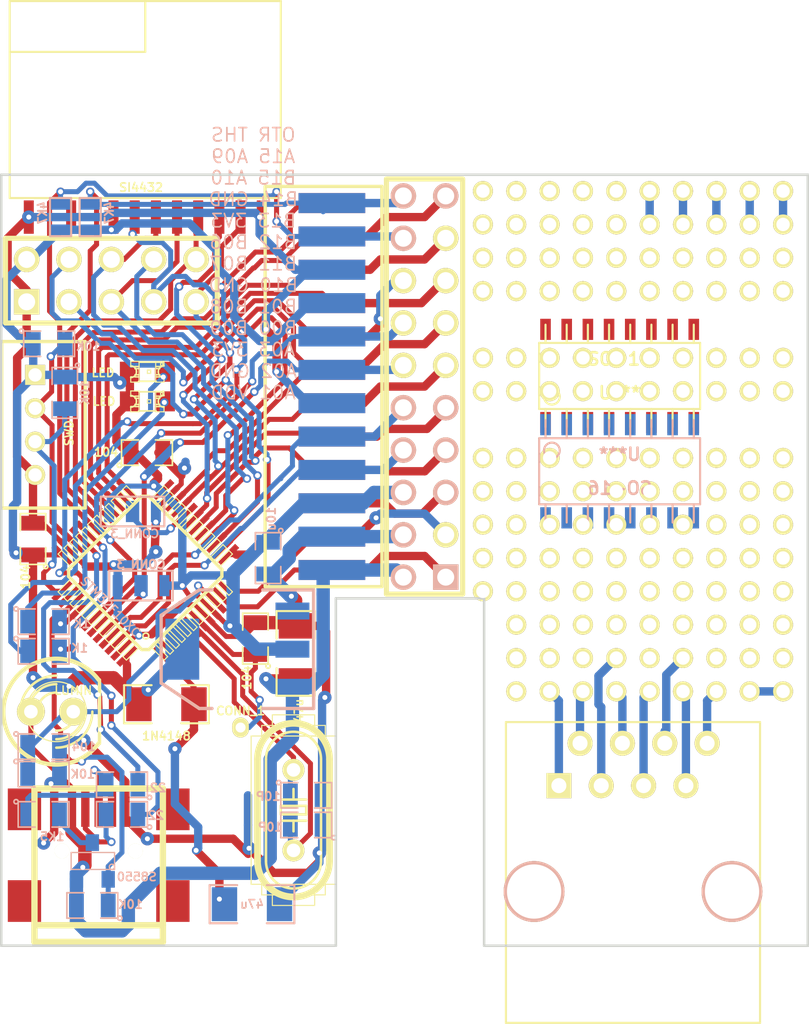
<source format=kicad_pcb>
(kicad_pcb (version 3) (host pcbnew "(2013-07-07 BZR 4022)-stable")
  (layers (15 F.Cu signal) (0 B.Cu signal) (18 B.Paste user) (19 F.Paste user) (20 B.SilkS user) (21 F.SilkS user) (22 B.Mask user) (23 F.Mask user) (28 Edge.Cuts user))
  (net 0 "")
  (net 1 +3.3V)
  (net 2 /A1)
  (net 3 /A10)
  (net 4 /A15)
  (net 5 /A2)
  (net 6 /A3)
  (net 7 /A9)
  (net 8 /ADC)
  (net 9 /B0)
  (net 10 /B1)
  (net 11 /B10)
  (net 12 /B11)
  (net 13 /B12)
  (net 14 /B13)
  (net 15 /B14)
  (net 16 /B15)
  (net 17 /B6)
  (net 18 /B7)
  (net 19 /B8)
  (net 20 /B9)
  (net 21 /LED0)
  (net 22 /LED1)
  (net 23 /RF2SEL)
  (net 24 /RFSCK)
  (net 25 /RFSDI)
  (net 26 /RFSDO)
  (net 27 /RFnSEL)
  (net 28 /TCK)
  (net 29 /TMS)
  (net 30 /USBDM)
  (net 31 /USBDP)
  (net 32 /USBI)
  (net 33 /nRST)
  (net 34 GND)
  (net 35 N-000001)
  (net 36 N-0000011)
  (net 37 N-0000013)
  (net 38 N-0000014)
  (net 39 N-0000015)
  (net 40 N-0000016)
  (net 41 N-0000017)
  (net 42 N-0000018)
  (net 43 N-0000019)
  (net 44 N-000002)
  (net 45 N-0000020)
  (net 46 N-0000034)
  (net 47 N-0000035)
  (net 48 N-0000052)
  (net 49 N-0000058)
  (net 50 N-0000059)
  (net 51 N-0000060)
  (net 52 N-0000065)
  (net 53 N-0000082)
  (net 54 N-000009)
  (net 55 VDD)
  (module ROW10_2mm (layer F.Cu) (at 79 44)
    (fp_text reference P? hide)
    (fp_text value ROW10_2mm hide)
    (pad 1 thru_hole circle (at -11 0) (size 1.2 1.2) (drill 0.8) (layers *.Cu *.Mask F.SilkS) (clearance 0.1))
    (pad 2 thru_hole circle (at -9 0) (size 1.2 1.2) (drill 0.8) (layers *.Cu *.Mask F.SilkS) (clearance 0.1))
    (pad 3 thru_hole circle (at -7 0) (size 1.2 1.2) (drill 0.8) (layers *.Cu *.Mask F.SilkS) (clearance 0.1))
    (pad 4 thru_hole circle (at -5 0) (size 1.2 1.2) (drill 0.8) (layers *.Cu *.Mask F.SilkS) (clearance 0.1))
    (pad 5 thru_hole circle (at -3 0) (size 1.2 1.2) (drill 0.8) (layers *.Cu *.Mask F.SilkS) (clearance 0.1))
    (pad 6 thru_hole circle (at -1 0) (size 1.2 1.2) (drill 0.8) (layers *.Cu *.Mask F.SilkS) (clearance 0.1))
    (pad 7 thru_hole circle (at 1 0) (size 1.2 1.2) (drill 0.8) (layers *.Cu *.Mask F.SilkS) (clearance 0.1))
    (pad 8 thru_hole circle (at 3 0) (size 1.2 1.2) (drill 0.8) (layers *.Cu *.Mask F.SilkS) (clearance 0.1))
    (pad 9 thru_hole circle (at 5 0) (size 1.2 1.2) (drill 0.8) (layers *.Cu *.Mask F.SilkS) (clearance 0.1))
    (pad 10 thru_hole circle (at 7 0) (size 1.2 1.2) (drill 0.8) (layers *.Cu *.Mask F.SilkS) (clearance 0.1))
  )
  (module ROW10_2mm (layer F.Cu) (at 79 46)
    (fp_text reference P? hide)
    (fp_text value ROW10_2mm hide)
    (pad 1 thru_hole circle (at -11 0) (size 1.2 1.2) (drill 0.8) (layers *.Cu *.Mask F.SilkS) (clearance 0.1))
    (pad 2 thru_hole circle (at -9 0) (size 1.2 1.2) (drill 0.8) (layers *.Cu *.Mask F.SilkS) (clearance 0.1))
    (pad 3 thru_hole circle (at -7 0) (size 1.2 1.2) (drill 0.8) (layers *.Cu *.Mask F.SilkS) (clearance 0.1))
    (pad 4 thru_hole circle (at -5 0) (size 1.2 1.2) (drill 0.8) (layers *.Cu *.Mask F.SilkS) (clearance 0.1))
    (pad 5 thru_hole circle (at -3 0) (size 1.2 1.2) (drill 0.8) (layers *.Cu *.Mask F.SilkS) (clearance 0.1))
    (pad 6 thru_hole circle (at -1 0) (size 1.2 1.2) (drill 0.8) (layers *.Cu *.Mask F.SilkS) (clearance 0.1))
    (pad 7 thru_hole circle (at 1 0) (size 1.2 1.2) (drill 0.8) (layers *.Cu *.Mask F.SilkS) (clearance 0.1))
    (pad 8 thru_hole circle (at 3 0) (size 1.2 1.2) (drill 0.8) (layers *.Cu *.Mask F.SilkS) (clearance 0.1))
    (pad 9 thru_hole circle (at 5 0) (size 1.2 1.2) (drill 0.8) (layers *.Cu *.Mask F.SilkS) (clearance 0.1))
    (pad 10 thru_hole circle (at 7 0) (size 1.2 1.2) (drill 0.8) (layers *.Cu *.Mask F.SilkS) (clearance 0.1))
  )
  (module ROW10_2mm (layer F.Cu) (at 79 52)
    (fp_text reference P? hide)
    (fp_text value ROW10_2mm hide)
    (pad 1 thru_hole circle (at -11 0) (size 1.2 1.2) (drill 0.8) (layers *.Cu *.Mask F.SilkS) (clearance 0.1))
    (pad 2 thru_hole circle (at -9 0) (size 1.2 1.2) (drill 0.8) (layers *.Cu *.Mask F.SilkS) (clearance 0.1))
    (pad 3 thru_hole circle (at -7 0) (size 1.2 1.2) (drill 0.8) (layers *.Cu *.Mask F.SilkS) (clearance 0.1))
    (pad 4 thru_hole circle (at -5 0) (size 1.2 1.2) (drill 0.8) (layers *.Cu *.Mask F.SilkS) (clearance 0.1))
    (pad 5 thru_hole circle (at -3 0) (size 1.2 1.2) (drill 0.8) (layers *.Cu *.Mask F.SilkS) (clearance 0.1))
    (pad 6 thru_hole circle (at -1 0) (size 1.2 1.2) (drill 0.8) (layers *.Cu *.Mask F.SilkS) (clearance 0.1))
    (pad 7 thru_hole circle (at 1 0) (size 1.2 1.2) (drill 0.8) (layers *.Cu *.Mask F.SilkS) (clearance 0.1))
    (pad 8 thru_hole circle (at 3 0) (size 1.2 1.2) (drill 0.8) (layers *.Cu *.Mask F.SilkS) (clearance 0.1))
    (pad 9 thru_hole circle (at 5 0) (size 1.2 1.2) (drill 0.8) (layers *.Cu *.Mask F.SilkS) (clearance 0.1))
    (pad 10 thru_hole circle (at 7 0) (size 1.2 1.2) (drill 0.8) (layers *.Cu *.Mask F.SilkS) (clearance 0.1))
  )
  (module ROW10_2mm (layer F.Cu) (at 79 50)
    (fp_text reference P? hide)
    (fp_text value ROW10_2mm hide)
    (pad 1 thru_hole circle (at -11 0) (size 1.2 1.2) (drill 0.8) (layers *.Cu *.Mask F.SilkS) (clearance 0.1))
    (pad 2 thru_hole circle (at -9 0) (size 1.2 1.2) (drill 0.8) (layers *.Cu *.Mask F.SilkS) (clearance 0.1))
    (pad 3 thru_hole circle (at -7 0) (size 1.2 1.2) (drill 0.8) (layers *.Cu *.Mask F.SilkS) (clearance 0.1))
    (pad 4 thru_hole circle (at -5 0) (size 1.2 1.2) (drill 0.8) (layers *.Cu *.Mask F.SilkS) (clearance 0.1))
    (pad 5 thru_hole circle (at -3 0) (size 1.2 1.2) (drill 0.8) (layers *.Cu *.Mask F.SilkS) (clearance 0.1))
    (pad 6 thru_hole circle (at -1 0) (size 1.2 1.2) (drill 0.8) (layers *.Cu *.Mask F.SilkS) (clearance 0.1))
    (pad 7 thru_hole circle (at 1 0) (size 1.2 1.2) (drill 0.8) (layers *.Cu *.Mask F.SilkS) (clearance 0.1))
    (pad 8 thru_hole circle (at 3 0) (size 1.2 1.2) (drill 0.8) (layers *.Cu *.Mask F.SilkS) (clearance 0.1))
    (pad 9 thru_hole circle (at 5 0) (size 1.2 1.2) (drill 0.8) (layers *.Cu *.Mask F.SilkS) (clearance 0.1))
    (pad 10 thru_hole circle (at 7 0) (size 1.2 1.2) (drill 0.8) (layers *.Cu *.Mask F.SilkS) (clearance 0.1))
  )
  (module SM1206 (layer F.Cu) (at 56.769 61.722 90)
    (fp_text reference C6 hide)
    (fp_text value 47u (at -3.429 0.1905 90) (layer F.SilkS) (effects (font (size 0.5 0.5) (thickness 0.1))))
    (pad 1 smd rect (at -1.651 0 90) (size 1.524 2.032) (layers F.Cu F.Paste F.Mask) (net 55 VDD))
    (pad 2 smd rect (at 1.651 0 90) (size 1.524 2.032) (layers F.Cu F.Paste F.Mask) (net 34 GND))
  )
  (module SM1206 (layer F.Cu) (at 49.022 64.77)
    (fp_text reference D1 hide)
    (fp_text value 1N4148 (at 0 1.905) (layer F.SilkS) (effects (font (size 0.5 0.5) (thickness 0.1))))
    (pad 1 smd rect (at -1.651 0) (size 1.524 2.032) (layers F.Cu F.Paste F.Mask) (net 1 +3.3V))
    (pad 2 smd rect (at 1.651 0) (size 1.524 2.032) (layers F.Cu F.Paste F.Mask) (net 47 N-0000035))
  )
  (module SM0805 (layer B.Cu) (at 57.404 72.009 180)
    (fp_text reference C2 hide)
    (fp_text value 10P (at 2.159 -0.127 180) (layer B.SilkS) (effects (font (size 0.50038 0.50038) (thickness 0.10922)) (justify mirror)))
    (pad 1 smd rect (at -0.9525 0 180) (size 0.889 1.397) (layers B.Cu B.Paste B.Mask) (net 34 GND))
    (pad 2 smd rect (at 0.9525 0 180) (size 0.889 1.397) (layers B.Cu B.Paste B.Mask) (net 54 N-000009))
  )
  (module SM0805 (layer B.Cu) (at 41.9862 43.1546)
    (fp_text reference R6 hide)
    (fp_text value 10K (at 2.3368 0.1524) (layer B.SilkS) (effects (font (size 0.50038 0.50038) (thickness 0.10922)) (justify mirror)))
    (pad 1 smd rect (at -0.9525 0) (size 0.889 1.397) (layers B.Cu B.Paste B.Mask) (net 1 +3.3V))
    (pad 2 smd rect (at 0.9525 0) (size 0.889 1.397) (layers B.Cu B.Paste B.Mask) (net 29 /TMS))
  )
  (module SM0805 (layer B.Cu) (at 42.926 46.101 270)
    (fp_text reference R5 hide)
    (fp_text value 10K (at 0 -1.2065 270) (layer B.SilkS) (effects (font (size 0.50038 0.50038) (thickness 0.10922)) (justify mirror)))
    (pad 1 smd rect (at -0.9525 0 270) (size 0.889 1.397) (layers B.Cu B.Paste B.Mask) (net 1 +3.3V))
    (pad 2 smd rect (at 0.9525 0 270) (size 0.889 1.397) (layers B.Cu B.Paste B.Mask) (net 28 /TCK))
  )
  (module SM0805 (layer B.Cu) (at 41.656 71.374)
    (fp_text reference R8 hide)
    (fp_text value 1K5 (at 0.508 1.3335) (layer B.SilkS) (effects (font (size 0.50038 0.50038) (thickness 0.10922)) (justify mirror)))
    (pad 1 smd rect (at -0.9525 0) (size 0.889 1.397) (layers B.Cu B.Paste B.Mask) (net 48 N-0000052))
    (pad 2 smd rect (at 0.9525 0) (size 0.889 1.397) (layers B.Cu B.Paste B.Mask) (net 53 N-0000082))
  )
  (module SM0805 (layer B.Cu) (at 41.656 59.817)
    (fp_text reference R17 hide)
    (fp_text value 1K (at 2.286 0.127) (layer B.SilkS) (effects (font (size 0.50038 0.50038) (thickness 0.10922)) (justify mirror)))
    (pad 1 smd rect (at -0.9525 0) (size 0.889 1.397) (layers B.Cu B.Paste B.Mask) (net 50 N-0000059))
    (pad 2 smd rect (at 0.9525 0) (size 0.889 1.397) (layers B.Cu B.Paste B.Mask) (net 21 /LED0))
  )
  (module SM0805 (layer B.Cu) (at 41.656 61.595)
    (fp_text reference R18 hide)
    (fp_text value 1K (at 2.159 -0.1905) (layer B.SilkS) (effects (font (size 0.50038 0.50038) (thickness 0.10922)) (justify mirror)))
    (pad 1 smd rect (at -0.9525 0) (size 0.889 1.397) (layers B.Cu B.Paste B.Mask) (net 49 N-0000058))
    (pad 2 smd rect (at 0.9525 0) (size 0.889 1.397) (layers B.Cu B.Paste B.Mask) (net 22 /LED1))
  )
  (module SM0805 (layer B.Cu) (at 44.577 76.835 180)
    (fp_text reference R9 hide)
    (fp_text value 10K (at -2.286 0.0635 180) (layer B.SilkS) (effects (font (size 0.50038 0.50038) (thickness 0.10922)) (justify mirror)))
    (pad 1 smd rect (at -0.9525 0 180) (size 0.889 1.397) (layers B.Cu B.Paste B.Mask) (net 32 /USBI))
    (pad 2 smd rect (at 0.9525 0 180) (size 0.889 1.397) (layers B.Cu B.Paste B.Mask) (net 55 VDD))
  )
  (module SM0805 (layer B.Cu) (at 55.118 56.007 270)
    (fp_text reference C7 hide)
    (fp_text value 10u (at -2.3495 -0.1905 270) (layer B.SilkS) (effects (font (size 0.50038 0.50038) (thickness 0.10922)) (justify mirror)))
    (pad 1 smd rect (at -0.9525 0 270) (size 0.889 1.397) (layers B.Cu B.Paste B.Mask) (net 1 +3.3V))
    (pad 2 smd rect (at 0.9525 0 270) (size 0.889 1.397) (layers B.Cu B.Paste B.Mask) (net 34 GND))
  )
  (module SM0805 (layer F.Cu) (at 41.021 54.864 90)
    (fp_text reference C8 hide)
    (fp_text value 104 (at -2.286 -0.4445 90) (layer F.SilkS) (effects (font (size 0.50038 0.50038) (thickness 0.10922))))
    (pad 1 smd rect (at -0.9525 0 90) (size 0.889 1.397) (layers F.Cu F.Paste F.Mask) (net 1 +3.3V))
    (pad 2 smd rect (at 0.9525 0 90) (size 0.889 1.397) (layers F.Cu F.Paste F.Mask) (net 34 GND))
  )
  (module SM0805 (layer B.Cu) (at 57.404 70.231)
    (fp_text reference C1 hide)
    (fp_text value 10P (at -2.286 0.0635) (layer B.SilkS) (effects (font (size 0.50038 0.50038) (thickness 0.10922)) (justify mirror)))
    (pad 1 smd rect (at -0.9525 0) (size 0.889 1.397) (layers B.Cu B.Paste B.Mask) (net 52 N-0000065))
    (pad 2 smd rect (at 0.9525 0) (size 0.889 1.397) (layers B.Cu B.Paste B.Mask) (net 34 GND))
  )
  (module SM0805 (layer F.Cu) (at 54.356 60.833 90)
    (fp_text reference C3 hide)
    (fp_text value 104 (at -2.3495 -0.508 90) (layer F.SilkS) (effects (font (size 0.50038 0.50038) (thickness 0.10922))))
    (pad 1 smd rect (at -0.9525 0 90) (size 0.889 1.397) (layers F.Cu F.Paste F.Mask) (net 33 /nRST))
    (pad 2 smd rect (at 0.9525 0 90) (size 0.889 1.397) (layers F.Cu F.Paste F.Mask) (net 34 GND))
  )
  (module SM0805 (layer B.Cu) (at 41.656 67.31)
    (fp_text reference C10 hide)
    (fp_text value 104 (at 2.413 0) (layer B.SilkS) (effects (font (size 0.50038 0.50038) (thickness 0.10922)) (justify mirror)))
    (pad 1 smd rect (at -0.9525 0) (size 0.889 1.397) (layers B.Cu B.Paste B.Mask) (net 8 /ADC))
    (pad 2 smd rect (at 0.9525 0) (size 0.889 1.397) (layers B.Cu B.Paste B.Mask) (net 34 GND))
  )
  (module SM0805 (layer B.Cu) (at 41.656 68.961)
    (fp_text reference R12 hide)
    (fp_text value 10K (at 2.3495 0) (layer B.SilkS) (effects (font (size 0.50038 0.50038) (thickness 0.10922)) (justify mirror)))
    (pad 1 smd rect (at -0.9525 0) (size 0.889 1.397) (layers B.Cu B.Paste B.Mask) (net 8 /ADC))
    (pad 2 smd rect (at 0.9525 0) (size 0.889 1.397) (layers B.Cu B.Paste B.Mask) (net 34 GND))
  )
  (module SM0805 (layer B.Cu) (at 46.355 69.596 180)
    (fp_text reference R26 hide)
    (fp_text value 22 (at -2.159 -0.1905 180) (layer B.SilkS) (effects (font (size 0.50038 0.50038) (thickness 0.10922)) (justify mirror)))
    (pad 1 smd rect (at -0.9525 0 180) (size 0.889 1.397) (layers B.Cu B.Paste B.Mask) (net 31 /USBDP))
    (pad 2 smd rect (at 0.9525 0 180) (size 0.889 1.397) (layers B.Cu B.Paste B.Mask) (net 48 N-0000052))
  )
  (module SM0805 (layer B.Cu) (at 46.355 71.374 180)
    (fp_text reference R27 hide)
    (fp_text value 22 (at -2.032 -0.0635 180) (layer B.SilkS) (effects (font (size 0.50038 0.50038) (thickness 0.10922)) (justify mirror)))
    (pad 1 smd rect (at -0.9525 0 180) (size 0.889 1.397) (layers B.Cu B.Paste B.Mask) (net 30 /USBDM))
    (pad 2 smd rect (at 0.9525 0 180) (size 0.889 1.397) (layers B.Cu B.Paste B.Mask) (net 35 N-000001))
  )
  (module SM0603 (layer B.Cu) (at 42.672 35.56 90)
    (fp_text reference R3 hide)
    (fp_text value 4K7 (at 0.254 -1.0795 90) (layer B.SilkS) (effects (font (size 0.508 0.4572) (thickness 0.1143)) (justify mirror)))
    (pad 1 smd rect (at -0.762 0 90) (size 0.635 1.143) (layers B.Cu B.Paste B.Mask) (net 1 +3.3V))
    (pad 2 smd rect (at 0.762 0 90) (size 0.635 1.143) (layers B.Cu B.Paste B.Mask) (net 3 /A10))
  )
  (module SM0603 (layer B.Cu) (at 44.45 35.56 90)
    (fp_text reference R4 hide)
    (fp_text value 4K7 (at 0.254 1.143 90) (layer B.SilkS) (effects (font (size 0.508 0.4572) (thickness 0.1143)) (justify mirror)))
    (pad 1 smd rect (at -0.762 0 90) (size 0.635 1.143) (layers B.Cu B.Paste B.Mask) (net 1 +3.3V))
    (pad 2 smd rect (at 0.762 0 90) (size 0.635 1.143) (layers B.Cu B.Paste B.Mask) (net 7 /A9))
  )
  (module RJ45_8 (layer F.Cu) (at 77 76)
    (fp_text reference J1 hide)
    (fp_text value RJ45 hide)
    (pad Hole np_thru_hole circle (at 5.93852 0) (size 3.64998 3.64998) (drill 3.2512) (layers *.Cu *.SilkS *.Mask))
    (pad Hole np_thru_hole circle (at -5.9309 0) (size 3.64998 3.64998) (drill 3.2512) (layers *.Cu *.SilkS *.Mask))
    (pad 1 thru_hole rect (at -4.445 -6.35) (size 1.50114 1.50114) (drill 0.89916) (layers *.Cu *.Mask F.SilkS) (net 40 N-0000016))
    (pad 2 thru_hole circle (at -3.175 -8.89) (size 1.50114 1.50114) (drill 0.89916) (layers *.Cu *.Mask F.SilkS) (net 41 N-0000017))
    (pad 3 thru_hole circle (at -1.905 -6.35) (size 1.50114 1.50114) (drill 0.89916) (layers *.Cu *.Mask F.SilkS) (net 42 N-0000018))
    (pad 4 thru_hole circle (at -0.635 -8.89) (size 1.50114 1.50114) (drill 0.89916) (layers *.Cu *.Mask F.SilkS) (net 43 N-0000019))
    (pad 5 thru_hole circle (at 0.635 -6.35) (size 1.50114 1.50114) (drill 0.89916) (layers *.Cu *.Mask F.SilkS) (net 45 N-0000020))
    (pad 6 thru_hole circle (at 1.905 -8.89) (size 1.50114 1.50114) (drill 0.89916) (layers *.Cu *.Mask F.SilkS) (net 37 N-0000013))
    (pad 7 thru_hole circle (at 3.175 -6.35) (size 1.50114 1.50114) (drill 0.89916) (layers *.Cu *.Mask F.SilkS) (net 38 N-0000014))
    (pad 8 thru_hole circle (at 4.445 -8.89) (size 1.50114 1.50114) (drill 0.89916) (layers *.Cu *.Mask F.SilkS) (net 39 N-0000015))
  )
  (module PIN_ARRAY_5x2 (layer F.Cu) (at 45.72 39.37)
    (fp_text reference P3 hide)
    (fp_text value nRF24L01 hide)
    (pad 1 thru_hole rect (at -5.08 1.27) (size 1.524 1.524) (drill 1.016) (layers *.Cu *.Mask F.SilkS) (net 34 GND))
    (pad 2 thru_hole circle (at -5.08 -1.27) (size 1.524 1.524) (drill 1.016) (layers *.Cu *.Mask F.SilkS) (net 1 +3.3V))
    (pad 3 thru_hole circle (at -2.54 1.27) (size 1.524 1.524) (drill 1.016) (layers *.Cu *.Mask F.SilkS) (net 12 /B11))
    (pad 4 thru_hole circle (at -2.54 -1.27) (size 1.524 1.524) (drill 1.016) (layers *.Cu *.Mask F.SilkS) (net 27 /RFnSEL))
    (pad 5 thru_hole circle (at 0 1.27) (size 1.524 1.524) (drill 1.016) (layers *.Cu *.Mask F.SilkS) (net 24 /RFSCK))
    (pad 6 thru_hole circle (at 0 -1.27) (size 1.524 1.524) (drill 1.016) (layers *.Cu *.Mask F.SilkS) (net 25 /RFSDI))
    (pad 7 thru_hole circle (at 2.54 1.27) (size 1.524 1.524) (drill 1.016) (layers *.Cu *.Mask F.SilkS) (net 26 /RFSDO))
    (pad 8 thru_hole circle (at 2.54 -1.27) (size 1.524 1.524) (drill 1.016) (layers *.Cu *.Mask F.SilkS) (net 9 /B0))
    (pad 9 thru_hole circle (at 5.08 1.27) (size 1.524 1.524) (drill 1.016) (layers *.Cu *.Mask F.SilkS) (net 11 /B10))
    (pad 10 thru_hole circle (at 5.08 -1.27) (size 1.524 1.524) (drill 1.016) (layers *.Cu *.Mask F.SilkS) (net 23 /RF2SEL))
  )
  (module LED-5MM (layer F.Cu) (at 42.164 65.2145)
    (fp_text reference VR1 hide)
    (fp_text value LUMIN (at 1.27 -1.27) (layer F.SilkS) (effects (font (size 0.5 0.5) (thickness 0.0889))))
    (pad 1 thru_hole circle (at -1.27 0) (size 1.6764 1.6764) (drill 0.8128) (layers *.Cu *.Mask F.SilkS) (net 55 VDD))
    (pad 2 thru_hole circle (at 1.27 0) (size 1.6764 1.6764) (drill 0.8128) (layers *.Cu *.Mask F.SilkS) (net 8 /ADC))
  )
  (module LED-0805 (layer F.Cu) (at 47.879 46.609)
    (fp_text reference D3 hide)
    (fp_text value LED (at -2.6035 0) (layer F.SilkS) (effects (font (size 0.5 0.5) (thickness 0.1))))
    (pad 1 smd rect (at -1.04902 0) (size 1.19888 1.19888) (layers F.Cu F.Paste F.Mask) (net 1 +3.3V))
    (pad 2 smd rect (at 1.04902 0) (size 1.19888 1.19888) (layers F.Cu F.Paste F.Mask) (net 50 N-0000059))
  )
  (module LED-0805 (layer F.Cu) (at 47.879 44.831)
    (fp_text reference D4 hide)
    (fp_text value LED (at -2.667 0.0635) (layer F.SilkS) (effects (font (size 0.5 0.5) (thickness 0.1))))
    (pad 1 smd rect (at -1.04902 0) (size 1.19888 1.19888) (layers F.Cu F.Paste F.Mask) (net 1 +3.3V))
    (pad 2 smd rect (at 1.04902 0) (size 1.19888 1.19888) (layers F.Cu F.Paste F.Mask) (net 49 N-0000058))
  )
  (module nxp-LQFP48 (layer F.Cu) (at 47.752 56.896 135)
    (fp_text reference U1 hide)
    (fp_text value STM32F10XC (at 0.044901 -2.918583 135) (layer B.SilkS) (effects (font (size 0.5 0.5) (thickness 0.0889))))
    (pad 1 smd rect (at -4.29768 -2.74828 135) (size 1.4986 0.34798) (layers F.Cu F.Paste F.Mask) (net 47 N-0000035))
    (pad 2 smd rect (at -4.29768 -2.2479 135) (size 1.4986 0.34798) (layers F.Cu F.Paste F.Mask))
    (pad 3 smd rect (at -4.29768 -1.74752 135) (size 1.4986 0.34798) (layers F.Cu F.Paste F.Mask) (net 51 N-0000060))
    (pad 4 smd rect (at -4.29768 -1.24968 135) (size 1.4986 0.34798) (layers F.Cu F.Paste F.Mask) (net 36 N-0000011))
    (pad 5 smd rect (at -4.29768 -0.7493 135) (size 1.4986 0.34798) (layers F.Cu F.Paste F.Mask) (net 52 N-0000065))
    (pad 6 smd rect (at -4.29768 -0.24892 135) (size 1.4986 0.34798) (layers F.Cu F.Paste F.Mask) (net 54 N-000009))
    (pad 7 smd rect (at -4.29768 0.24892 135) (size 1.4986 0.34798) (layers F.Cu F.Paste F.Mask) (net 33 /nRST))
    (pad 8 smd rect (at -4.29768 0.7493 135) (size 1.4986 0.34798) (layers F.Cu F.Paste F.Mask) (net 34 GND))
    (pad 9 smd rect (at -4.29768 1.24968 135) (size 1.4986 0.34798) (layers F.Cu F.Paste F.Mask) (net 1 +3.3V))
    (pad 10 smd rect (at -4.29768 1.74752 135) (size 1.4986 0.34798) (layers F.Cu F.Paste F.Mask) (net 8 /ADC))
    (pad 11 smd rect (at -4.29768 2.2479 135) (size 1.4986 0.34798) (layers F.Cu F.Paste F.Mask) (net 2 /A1))
    (pad 12 smd rect (at -4.29768 2.74828 135) (size 1.4986 0.34798) (layers F.Cu F.Paste F.Mask) (net 5 /A2))
    (pad 13 smd rect (at -2.74828 4.29768 135) (size 0.34798 1.4986) (layers F.Cu F.Paste F.Mask) (net 6 /A3))
    (pad 14 smd rect (at -2.2479 4.29768 135) (size 0.34798 1.4986) (layers F.Cu F.Paste F.Mask) (net 27 /RFnSEL))
    (pad 15 smd rect (at -1.74752 4.29768 135) (size 0.34798 1.4986) (layers F.Cu F.Paste F.Mask) (net 24 /RFSCK))
    (pad 16 smd rect (at -1.24968 4.29768 135) (size 0.34798 1.4986) (layers F.Cu F.Paste F.Mask) (net 26 /RFSDO))
    (pad 17 smd rect (at -0.7493 4.29768 135) (size 0.34798 1.4986) (layers F.Cu F.Paste F.Mask) (net 25 /RFSDI))
    (pad 18 smd rect (at -0.24892 4.29768 135) (size 0.34798 1.4986) (layers F.Cu F.Paste F.Mask) (net 9 /B0))
    (pad 19 smd rect (at 0.24892 4.29768 135) (size 0.34798 1.4986) (layers F.Cu F.Paste F.Mask) (net 10 /B1))
    (pad 20 smd rect (at 0.7493 4.29768 135) (size 0.34798 1.4986) (layers F.Cu F.Paste F.Mask) (net 46 N-0000034))
    (pad 21 smd rect (at 1.24968 4.29768 135) (size 0.34798 1.4986) (layers F.Cu F.Paste F.Mask) (net 11 /B10))
    (pad 22 smd rect (at 1.74752 4.29768 135) (size 0.34798 1.4986) (layers F.Cu F.Paste F.Mask) (net 12 /B11))
    (pad 23 smd rect (at 2.2479 4.29768 135) (size 0.34798 1.4986) (layers F.Cu F.Paste F.Mask) (net 34 GND))
    (pad 24 smd rect (at 2.74828 4.29768 135) (size 0.34798 1.4986) (layers F.Cu F.Paste F.Mask) (net 1 +3.3V))
    (pad 25 smd rect (at 4.29768 2.74828 135) (size 1.4986 0.34798) (layers F.Cu F.Paste F.Mask) (net 13 /B12))
    (pad 26 smd rect (at 4.29768 2.2479 135) (size 1.4986 0.34798) (layers F.Cu F.Paste F.Mask) (net 14 /B13))
    (pad 27 smd rect (at 4.29768 1.74752 135) (size 1.4986 0.34798) (layers F.Cu F.Paste F.Mask) (net 15 /B14))
    (pad 28 smd rect (at 4.29768 1.24968 135) (size 1.4986 0.34798) (layers F.Cu F.Paste F.Mask) (net 16 /B15))
    (pad 29 smd rect (at 4.29768 0.7493 135) (size 1.4986 0.34798) (layers F.Cu F.Paste F.Mask) (net 23 /RF2SEL))
    (pad 30 smd rect (at 4.29768 0.24892 135) (size 1.4986 0.34798) (layers F.Cu F.Paste F.Mask) (net 7 /A9))
    (pad 31 smd rect (at 4.29768 -0.24892 135) (size 1.4986 0.34798) (layers F.Cu F.Paste F.Mask) (net 3 /A10))
    (pad 32 smd rect (at 4.29768 -0.7493 135) (size 1.4986 0.34798) (layers F.Cu F.Paste F.Mask) (net 30 /USBDM))
    (pad 33 smd rect (at 4.29768 -1.24968 135) (size 1.4986 0.34798) (layers F.Cu F.Paste F.Mask) (net 31 /USBDP))
    (pad 34 smd rect (at 4.29768 -1.74752 135) (size 1.4986 0.34798) (layers F.Cu F.Paste F.Mask) (net 29 /TMS))
    (pad 35 smd rect (at 4.29768 -2.2479 135) (size 1.4986 0.34798) (layers F.Cu F.Paste F.Mask) (net 34 GND))
    (pad 36 smd rect (at 4.29768 -2.74828 135) (size 1.4986 0.34798) (layers F.Cu F.Paste F.Mask) (net 1 +3.3V))
    (pad 37 smd rect (at 2.74828 -4.29768 135) (size 0.34798 1.4986) (layers F.Cu F.Paste F.Mask) (net 28 /TCK))
    (pad 38 smd rect (at 2.2479 -4.29768 135) (size 0.34798 1.4986) (layers F.Cu F.Paste F.Mask) (net 4 /A15))
    (pad 39 smd rect (at 1.74752 -4.29768 135) (size 0.34798 1.4986) (layers F.Cu F.Paste F.Mask) (net 32 /USBI))
    (pad 40 smd rect (at 1.24968 -4.29768 135) (size 0.34798 1.4986) (layers F.Cu F.Paste F.Mask) (net 21 /LED0))
    (pad 41 smd rect (at 0.7493 -4.29768 135) (size 0.34798 1.4986) (layers F.Cu F.Paste F.Mask) (net 22 /LED1))
    (pad 42 smd rect (at 0.24892 -4.29768 135) (size 0.34798 1.4986) (layers F.Cu F.Paste F.Mask) (net 17 /B6))
    (pad 43 smd rect (at -0.24892 -4.29768 135) (size 0.34798 1.4986) (layers F.Cu F.Paste F.Mask) (net 18 /B7))
    (pad 44 smd rect (at -0.7493 -4.29768 135) (size 0.34798 1.4986) (layers F.Cu F.Paste F.Mask) (net 44 N-000002))
    (pad 45 smd rect (at -1.24968 -4.29768 135) (size 0.34798 1.4986) (layers F.Cu F.Paste F.Mask) (net 19 /B8))
    (pad 46 smd rect (at -1.74752 -4.29768 135) (size 0.34798 1.4986) (layers F.Cu F.Paste F.Mask) (net 20 /B9))
    (pad 47 smd rect (at -2.2479 -4.29768 135) (size 0.34798 1.4986) (layers F.Cu F.Paste F.Mask) (net 34 GND))
    (pad 48 smd rect (at -2.74828 -4.29768 135) (size 0.34798 1.4986) (layers F.Cu F.Paste F.Mask) (net 1 +3.3V))
  )
  (module pin_array_10x2 (layer F.Cu) (at 64.5 45.72 90)
    (fp_text reference P5 hide)
    (fp_text value CONN_10X2 hide)
    (pad 19 thru_hole circle (at 11.43 1.27 90) (size 1.524 1.524) (drill 1.016) (layers *.Cu *.SilkS *.Mask) (net 16 /B15))
    (pad 20 thru_hole circle (at 11.43 -1.27 90) (size 1.524 1.524) (drill 1.016) (layers *.Cu *.SilkS *.Mask) (net 7 /A9))
    (pad 18 thru_hole circle (at 8.89 -1.27 90) (size 1.524 1.524) (drill 1.016) (layers *.Cu *.SilkS *.Mask) (net 3 /A10))
    (pad 17 thru_hole circle (at 8.89 1.27 90) (size 1.524 1.524) (drill 1.016) (layers *.Cu *.Mask F.SilkS) (net 15 /B14))
    (pad 1 thru_hole rect (at -11.43 1.27 90) (size 1.524 1.524) (drill 1.016) (layers *.Cu *.SilkS *.Mask) (net 2 /A1))
    (pad 2 thru_hole circle (at -11.43 -1.27 90) (size 1.524 1.524) (drill 1.016) (layers *.Cu *.SilkS *.Mask) (net 55 VDD))
    (pad 3 thru_hole circle (at -8.89 1.27 90) (size 1.524 1.524) (drill 1.016) (layers *.Cu *.Mask F.SilkS) (net 5 /A2))
    (pad 4 thru_hole circle (at -8.89 -1.27 90) (size 1.524 1.524) (drill 1.016) (layers *.Cu *.SilkS *.Mask) (net 34 GND))
    (pad 5 thru_hole circle (at -6.35 1.27 90) (size 1.524 1.524) (drill 1.016) (layers *.Cu *.SilkS *.Mask) (net 6 /A3))
    (pad 6 thru_hole circle (at -6.35 -1.27 90) (size 1.524 1.524) (drill 1.016) (layers *.Cu *.SilkS *.Mask) (net 1 +3.3V))
    (pad 7 thru_hole circle (at -3.81 1.27 90) (size 1.524 1.524) (drill 1.016) (layers *.Cu *.SilkS *.Mask) (net 9 /B0))
    (pad 8 thru_hole circle (at -3.81 -1.27 90) (size 1.524 1.524) (drill 1.016) (layers *.Cu *.SilkS *.Mask) (net 20 /B9))
    (pad 9 thru_hole circle (at -1.27 1.27 90) (size 1.524 1.524) (drill 1.016) (layers *.Cu *.SilkS *.Mask) (net 10 /B1))
    (pad 10 thru_hole circle (at -1.27 -1.27 90) (size 1.524 1.524) (drill 1.016) (layers *.Cu *.SilkS *.Mask) (net 19 /B8))
    (pad 11 thru_hole circle (at 1.27 1.27 90) (size 1.524 1.524) (drill 1.016) (layers *.Cu *.Mask F.SilkS) (net 11 /B10))
    (pad 12 thru_hole circle (at 1.27 -1.27 90) (size 1.524 1.524) (drill 1.016) (layers *.Cu *.Mask F.SilkS) (net 18 /B7))
    (pad 13 thru_hole circle (at 3.81 1.27 90) (size 1.524 1.524) (drill 1.016) (layers *.Cu *.Mask F.SilkS) (net 12 /B11))
    (pad 14 thru_hole circle (at 3.81 -1.27 90) (size 1.524 1.524) (drill 1.016) (layers *.Cu *.Mask F.SilkS) (net 17 /B6))
    (pad 15 thru_hole circle (at 6.35 1.27 90) (size 1.524 1.524) (drill 1.016) (layers *.Cu *.Mask F.SilkS) (net 14 /B13))
    (pad 16 thru_hole circle (at 6.35 -1.27 90) (size 1.524 1.524) (drill 1.016) (layers *.Cu *.Mask F.SilkS) (net 13 /B12))
  )
  (module crystal-HC49/S (layer F.Cu) (at 56.642 71.12 270)
    (fp_text reference X1 hide)
    (fp_text value 8M hide)
    (pad 1 thru_hole circle (at -2.413 0 270) (size 1.3208 1.3208) (drill 0.8128) (layers *.Cu F.Paste F.SilkS F.Mask) (net 52 N-0000065))
    (pad 2 thru_hole circle (at 2.413 0 270) (size 1.3208 1.3208) (drill 0.8128) (layers *.Cu F.Paste F.SilkS F.Mask) (net 54 N-000009))
  )
  (module Conn2mm12x2 (layer F.Cu) (at 59.944 45.72 90)
    (fp_text reference P4 hide)
    (fp_text value CONN_2mm hide)
    (pad 22 smd rect (at 8.99922 -1.00076 90) (size 1.19888 4.0005) (layers B.Cu B.Paste B.Mask) (net 3 /A10))
    (pad 21 smd rect (at 8.99922 -1.00076 90) (size 1.19888 4.0005) (layers F.Cu F.Paste F.Mask) (net 16 /B15))
    (pad 23 smd rect (at 11.00074 -1.00076 90) (size 1.19888 4.0005) (layers F.Cu F.Paste F.Mask) (net 4 /A15))
    (pad 24 smd rect (at 11.00074 -1.00076 90) (size 1.19888 4.0005) (layers B.Cu B.Paste B.Mask) (net 7 /A9))
    (pad 20 smd rect (at 7.00278 -1.00076 90) (size 1.19888 4.0005) (layers B.Cu B.Paste B.Mask) (net 34 GND))
    (pad 19 smd rect (at 7.00278 -1.00076 90) (size 1.19888 4.0005) (layers F.Cu F.Paste F.Mask) (net 15 /B14))
    (pad 17 smd rect (at 5.00126 -1.00076 90) (size 1.19888 4.0005) (layers F.Cu F.Paste F.Mask) (net 14 /B13))
    (pad 18 smd rect (at 5.00126 -1.00076 90) (size 1.19888 4.0005) (layers B.Cu B.Paste B.Mask) (net 1 +3.3V))
    (pad 14 smd rect (at 1.00076 -1.00076 90) (size 1.19888 4.0005) (layers B.Cu B.Paste B.Mask) (net 18 /B7))
    (pad 13 smd rect (at 1.00076 -1.00076 90) (size 1.19888 4.0005) (layers F.Cu F.Paste F.Mask) (net 12 /B11))
    (pad 15 smd rect (at 3.00228 -1.00076 90) (size 1.19888 4.0005) (layers F.Cu F.Paste F.Mask) (net 13 /B12))
    (pad 16 smd rect (at 3.00228 -1.00076 90) (size 1.19888 4.0005) (layers B.Cu B.Paste B.Mask) (net 17 /B6))
    (pad 12 smd rect (at -0.99822 -1.00076 90) (size 1.19888 4.0005) (layers B.Cu B.Paste B.Mask) (net 34 GND))
    (pad 11 smd rect (at -0.99822 -1.00076 90) (size 1.19888 4.0005) (layers F.Cu F.Paste F.Mask) (net 11 /B10))
    (pad 9 smd rect (at -2.99974 -1.00076 90) (size 1.19888 4.0005) (layers F.Cu F.Paste F.Mask) (net 10 /B1))
    (pad 10 smd rect (at -2.99974 -1.00076 90) (size 1.19888 4.0005) (layers B.Cu B.Paste B.Mask) (net 19 /B8))
    (pad 6 smd rect (at -7.00024 -1.00076 90) (size 1.19888 4.0005) (layers B.Cu B.Paste B.Mask) (net 1 +3.3V))
    (pad 5 smd rect (at -7.00024 -1.00076 90) (size 1.19888 4.0005) (layers F.Cu F.Paste F.Mask) (net 6 /A3))
    (pad 7 smd rect (at -4.99872 -1.00076 90) (size 1.19888 4.0005) (layers F.Cu F.Paste F.Mask) (net 9 /B0))
    (pad 8 smd rect (at -4.99872 -1.00076 90) (size 1.19888 4.0005) (layers B.Cu B.Paste B.Mask) (net 20 /B9))
    (pad 4 smd rect (at -8.99922 -1.00076 90) (size 1.19888 4.0005) (layers B.Cu B.Paste B.Mask) (net 34 GND))
    (pad 3 smd rect (at -8.99922 -1.00076 90) (size 1.19888 4.0005) (layers F.Cu F.Paste F.Mask) (net 5 /A2))
    (pad 1 smd rect (at -11.00074 -1.00076 90) (size 1.19888 4.0005) (layers F.Cu F.Paste F.Mask) (net 2 /A1))
    (pad 2 smd rect (at -11.00074 -1.00076 90) (size 1.19888 4.0005) (layers B.Cu B.Paste B.Mask) (net 55 VDD))
  )
  (module SOT223 (layer B.Cu) (at 53.2765 61.468 270)
    (fp_text reference IC1 hide)
    (fp_text value REG1117 hide)
    (pad 4 smd rect (at 0 3.302 270) (size 3.6576 2.032) (layers B.Cu B.Paste B.Mask) (net 1 +3.3V))
    (pad 2 smd rect (at 0 -3.302 270) (size 1.016 2.032) (layers B.Cu B.Paste B.Mask) (net 1 +3.3V))
    (pad 3 smd rect (at 2.286 -3.302 270) (size 1.016 2.032) (layers B.Cu B.Paste B.Mask) (net 55 VDD))
    (pad 1 smd rect (at -2.286 -3.302 270) (size 1.016 2.032) (layers B.Cu B.Paste B.Mask) (net 34 GND))
  )
  (module SOT23 (layer B.Cu) (at 44.577 74.168 180)
    (fp_text reference Q1 hide)
    (fp_text value S8550 (at -2.667 -0.9525 180) (layer B.SilkS) (effects (font (size 0.50038 0.50038) (thickness 0.09906)) (justify mirror)))
    (pad 3 smd rect (at 0 1.09982 180) (size 0.8001 1.00076) (layers B.Cu B.Paste B.Mask) (net 53 N-0000082))
    (pad 2 smd rect (at 0.9525 -1.09982 180) (size 0.8001 1.00076) (layers B.Cu B.Paste B.Mask) (net 55 VDD))
    (pad 1 smd rect (at -0.9525 -1.09982 180) (size 0.8001 1.00076) (layers B.Cu B.Paste B.Mask) (net 32 /USBI))
  )
  (module PH2PIN4 (layer F.Cu) (at 41.148 48.006 270)
    (fp_text reference P1 hide)
    (fp_text value SWD (at 0.508 -2.032 270) (layer F.SilkS) (effects (font (size 0.5 0.5) (thickness 0.1))))
    (pad 1 thru_hole rect (at -2.984 0 270) (size 1.2 1.2) (drill 0.8) (layers *.Cu *.Mask F.SilkS) (net 1 +3.3V))
    (pad 2 thru_hole circle (at -0.984 0 270) (size 1.2 1.2) (drill 0.8) (layers *.Cu *.Mask F.SilkS) (net 29 /TMS))
    (pad 3 thru_hole circle (at 1.016 0 270) (size 1.2 1.2) (drill 0.8) (layers *.Cu *.Mask F.SilkS) (net 28 /TCK))
    (pad 4 thru_hole circle (at 3.016 0 270) (size 1.2 1.2) (drill 0.8) (layers *.Cu *.Mask F.SilkS) (net 34 GND))
  )
  (module SM0805 (layer F.Cu) (at 47.8536 49.6824)
    (fp_text reference C11 hide)
    (fp_text value 104 (at -2.4511 -0.0254) (layer F.SilkS) (effects (font (size 0.50038 0.50038) (thickness 0.10922))))
    (pad 1 smd rect (at -0.9525 0) (size 0.889 1.397) (layers F.Cu F.Paste F.Mask) (net 1 +3.3V))
    (pad 2 smd rect (at 0.9525 0) (size 0.889 1.397) (layers F.Cu F.Paste F.Mask) (net 34 GND))
  )
  (module USB_MINI_B (layer F.Cu) (at 44.958 74.422 90)
    (fp_text reference J2 hide)
    (fp_text value MINI-USB-5P hide)
    (pad 1 smd rect (at 3.44932 -1.6002 90) (size 2.30124 0.50038) (layers F.Cu F.Paste F.Mask) (net 55 VDD))
    (pad 2 smd rect (at 3.44932 -0.8001 90) (size 2.30124 0.50038) (layers F.Cu F.Paste F.Mask) (net 35 N-000001))
    (pad 3 smd rect (at 3.44932 0 90) (size 2.30124 0.50038) (layers F.Cu F.Paste F.Mask) (net 48 N-0000052))
    (pad 4 smd rect (at 3.44932 0.8001 90) (size 2.30124 0.50038) (layers F.Cu F.Paste F.Mask))
    (pad 5 smd rect (at 3.44932 1.6002 90) (size 2.30124 0.50038) (layers F.Cu F.Paste F.Mask) (net 34 GND))
    (pad 6 smd rect (at 3.35026 -4.45008 90) (size 2.49936 1.99898) (layers F.Cu F.Paste F.Mask))
    (pad 7 smd rect (at -2.14884 -4.45008 90) (size 2.49936 1.99898) (layers F.Cu F.Paste F.Mask))
    (pad 8 smd rect (at 3.35026 4.45008 90) (size 2.49936 1.99898) (layers F.Cu F.Paste F.Mask))
    (pad 9 smd rect (at -2.14884 4.45008 90) (size 2.49936 1.99898) (layers F.Cu F.Paste F.Mask))
    (pad "" np_thru_hole circle (at 0.8509 -2.19964 90) (size 0.89916 0.89916) (drill 0.89916) (layers *.Cu *.Mask F.SilkS))
    (pad 2 np_thru_hole circle (at 0.8509 2.19964 90) (size 0.89916 0.89916) (drill 0.89916) (layers *.Cu *.Mask F.SilkS) (net 35 N-000001))
  )
  (module TST1 (layer F.Cu) (at 53.467 66.167)
    (fp_text reference P9 hide)
    (fp_text value CONN_1 (at 0 -1) (layer F.SilkS) (effects (font (size 0.5 0.5) (thickness 0.1))))
    (pad 1 thru_hole oval (at 0 0) (size 1 1.2) (drill 0.6) (layers *.Cu *.Mask F.SilkS) (net 33 /nRST))
  )
  (module JMP3 (layer B.Cu) (at 47.498 57.658 90)
    (fp_text reference K1 hide)
    (fp_text value CONN_3 (at 1.27 0 180) (layer B.SilkS) (effects (font (size 0.5 0.5) (thickness 0.125)) (justify mirror)))
    (pad 1 smd rect (at 0 1.4 90) (size 1.27 0.6) (layers B.Cu B.Paste B.Mask) (net 1 +3.3V))
    (pad 2 smd rect (at 0 0 90) (size 1.27 0.8) (layers B.Cu B.Paste B.Mask) (net 44 N-000002))
    (pad 3 smd rect (at 0 -1.4 90) (size 1.27 0.6) (layers B.Cu B.Paste B.Mask) (net 34 GND))
  )
  (module JMP3 (layer B.Cu) (at 46.99 53.213 90)
    (fp_text reference K2 hide)
    (fp_text value CONN_3 (at -1.3335 0.127 180) (layer B.SilkS) (effects (font (size 0.5 0.5) (thickness 0.1)) (justify mirror)))
    (pad 1 smd rect (at 0 1.4 90) (size 1.27 0.6) (layers B.Cu B.Paste B.Mask) (net 34 GND))
    (pad 2 smd rect (at 0 0 90) (size 1.27 0.8) (layers B.Cu B.Paste B.Mask) (net 46 N-0000034))
    (pad 3 smd rect (at 0 -1.4 90) (size 1.27 0.6) (layers B.Cu B.Paste B.Mask) (net 1 +3.3V))
  )
  (module SM1206 (layer B.Cu) (at 54.1528 76.7588)
    (fp_text reference C9 hide)
    (fp_text value 47u (at 0 0) (layer B.SilkS) (effects (font (size 0.5 0.5) (thickness 0.1)) (justify mirror)))
    (pad 1 smd rect (at -1.651 0) (size 1.524 2.032) (layers B.Cu B.Paste B.Mask) (net 47 N-0000035))
    (pad 2 smd rect (at 1.651 0) (size 1.524 2.032) (layers B.Cu B.Paste B.Mask) (net 34 GND))
  )
  (module SI4432 (layer F.Cu) (at 47.752 30.734)
    (fp_text reference P2 hide)
    (fp_text value SI4432 (at -0.254 3.048) (layer F.SilkS) (effects (font (size 0.5 0.5) (thickness 0.1))))
    (pad 1 smd rect (at -6.985 4.826) (size 0.6 2) (layers F.Cu F.Paste F.Mask) (net 34 GND) (clearance 0.1))
    (pad 3 smd rect (at -4.445 4.826) (size 0.6 2) (layers F.Cu F.Paste F.Mask))
    (pad 5 smd rect (at -1.905 4.826) (size 0.6 2) (layers F.Cu F.Paste F.Mask) (net 1 +3.3V))
    (pad 6 smd rect (at -0.635 4.826) (size 0.6 2) (layers F.Cu F.Paste F.Mask) (net 26 /RFSDO))
    (pad 7 smd rect (at 0.635 4.826) (size 0.6 2) (layers F.Cu F.Paste F.Mask) (net 25 /RFSDI))
    (pad 8 smd rect (at 1.905 4.826) (size 0.6 2) (layers F.Cu F.Paste F.Mask) (net 24 /RFSCK))
    (pad 9 smd rect (at 3.175 4.826) (size 0.6 2) (layers F.Cu F.Paste F.Mask) (net 23 /RF2SEL))
    (pad 10 smd rect (at 4.445 4.826) (size 0.6 2) (layers F.Cu F.Paste F.Mask) (net 10 /B1))
    (pad 11 smd rect (at 5.715 4.826) (size 0.6 2) (layers F.Cu F.Paste F.Mask) (net 11 /B10))
    (pad 12 smd rect (at 6.985 4.826) (size 0.6 2) (layers F.Cu F.Paste F.Mask) (net 34 GND))
  )
  (module ROW10_2mm (layer F.Cu) (at 79 34)
    (fp_text reference "" hide)
    (fp_text value "" hide)
    (pad 1 thru_hole circle (at -11 0) (size 1.2 1.2) (drill 0.8) (layers *.Cu *.Mask F.SilkS) (clearance 0.1))
    (pad 2 thru_hole circle (at -9 0) (size 1.2 1.2) (drill 0.8) (layers *.Cu *.Mask F.SilkS) (clearance 0.1))
    (pad 3 thru_hole circle (at -7 0) (size 1.2 1.2) (drill 0.8) (layers *.Cu *.Mask F.SilkS) (clearance 0.1))
    (pad 4 thru_hole circle (at -5 0) (size 1.2 1.2) (drill 0.8) (layers *.Cu *.Mask F.SilkS) (clearance 0.1))
    (pad 5 thru_hole circle (at -3 0) (size 1.2 1.2) (drill 0.8) (layers *.Cu *.Mask F.SilkS) (clearance 0.1))
    (pad 6 thru_hole circle (at -1 0) (size 1.2 1.2) (drill 0.8) (layers *.Cu *.Mask F.SilkS) (clearance 0.1))
    (pad 7 thru_hole circle (at 1 0) (size 1.2 1.2) (drill 0.8) (layers *.Cu *.Mask F.SilkS) (clearance 0.1))
    (pad 8 thru_hole circle (at 3 0) (size 1.2 1.2) (drill 0.8) (layers *.Cu *.Mask F.SilkS) (clearance 0.1))
    (pad 9 thru_hole circle (at 5 0) (size 1.2 1.2) (drill 0.8) (layers *.Cu *.Mask F.SilkS) (clearance 0.1))
    (pad 10 thru_hole circle (at 7 0) (size 1.2 1.2) (drill 0.8) (layers *.Cu *.Mask F.SilkS) (clearance 0.1))
  )
  (module ROW10_2mm (layer F.Cu) (at 79 36)
    (fp_text reference "" hide)
    (fp_text value "" hide)
    (pad 1 thru_hole circle (at -11 0) (size 1.2 1.2) (drill 0.8) (layers *.Cu *.Mask F.SilkS) (clearance 0.1))
    (pad 2 thru_hole circle (at -9 0) (size 1.2 1.2) (drill 0.8) (layers *.Cu *.Mask F.SilkS) (clearance 0.1))
    (pad 3 thru_hole circle (at -7 0) (size 1.2 1.2) (drill 0.8) (layers *.Cu *.Mask F.SilkS) (clearance 0.1))
    (pad 4 thru_hole circle (at -5 0) (size 1.2 1.2) (drill 0.8) (layers *.Cu *.Mask F.SilkS) (clearance 0.1))
    (pad 5 thru_hole circle (at -3 0) (size 1.2 1.2) (drill 0.8) (layers *.Cu *.Mask F.SilkS) (clearance 0.1))
    (pad 6 thru_hole circle (at -1 0) (size 1.2 1.2) (drill 0.8) (layers *.Cu *.Mask F.SilkS) (clearance 0.1))
    (pad 7 thru_hole circle (at 1 0) (size 1.2 1.2) (drill 0.8) (layers *.Cu *.Mask F.SilkS) (clearance 0.1))
    (pad 8 thru_hole circle (at 3 0) (size 1.2 1.2) (drill 0.8) (layers *.Cu *.Mask F.SilkS) (clearance 0.1))
    (pad 9 thru_hole circle (at 5 0) (size 1.2 1.2) (drill 0.8) (layers *.Cu *.Mask F.SilkS) (clearance 0.1))
    (pad 10 thru_hole circle (at 7 0) (size 1.2 1.2) (drill 0.8) (layers *.Cu *.Mask F.SilkS) (clearance 0.1))
  )
  (module ROW10_2mm (layer F.Cu) (at 79 38)
    (fp_text reference P? hide)
    (fp_text value ROW10_2mm hide)
    (pad 1 thru_hole circle (at -11 0) (size 1.2 1.2) (drill 0.8) (layers *.Cu *.Mask F.SilkS) (clearance 0.1))
    (pad 2 thru_hole circle (at -9 0) (size 1.2 1.2) (drill 0.8) (layers *.Cu *.Mask F.SilkS) (clearance 0.1))
    (pad 3 thru_hole circle (at -7 0) (size 1.2 1.2) (drill 0.8) (layers *.Cu *.Mask F.SilkS) (clearance 0.1))
    (pad 4 thru_hole circle (at -5 0) (size 1.2 1.2) (drill 0.8) (layers *.Cu *.Mask F.SilkS) (clearance 0.1))
    (pad 5 thru_hole circle (at -3 0) (size 1.2 1.2) (drill 0.8) (layers *.Cu *.Mask F.SilkS) (clearance 0.1))
    (pad 6 thru_hole circle (at -1 0) (size 1.2 1.2) (drill 0.8) (layers *.Cu *.Mask F.SilkS) (clearance 0.1))
    (pad 7 thru_hole circle (at 1 0) (size 1.2 1.2) (drill 0.8) (layers *.Cu *.Mask F.SilkS) (clearance 0.1))
    (pad 8 thru_hole circle (at 3 0) (size 1.2 1.2) (drill 0.8) (layers *.Cu *.Mask F.SilkS) (clearance 0.1))
    (pad 9 thru_hole circle (at 5 0) (size 1.2 1.2) (drill 0.8) (layers *.Cu *.Mask F.SilkS) (clearance 0.1))
    (pad 10 thru_hole circle (at 7 0) (size 1.2 1.2) (drill 0.8) (layers *.Cu *.Mask F.SilkS) (clearance 0.1))
  )
  (module ROW10_2mm (layer F.Cu) (at 79 40)
    (fp_text reference "" hide)
    (fp_text value "" hide)
    (pad 1 thru_hole circle (at -11 0) (size 1.2 1.2) (drill 0.8) (layers *.Cu *.Mask F.SilkS) (clearance 0.1))
    (pad 2 thru_hole circle (at -9 0) (size 1.2 1.2) (drill 0.8) (layers *.Cu *.Mask F.SilkS) (clearance 0.1))
    (pad 3 thru_hole circle (at -7 0) (size 1.2 1.2) (drill 0.8) (layers *.Cu *.Mask F.SilkS) (clearance 0.1))
    (pad 4 thru_hole circle (at -5 0) (size 1.2 1.2) (drill 0.8) (layers *.Cu *.Mask F.SilkS) (clearance 0.1))
    (pad 5 thru_hole circle (at -3 0) (size 1.2 1.2) (drill 0.8) (layers *.Cu *.Mask F.SilkS) (clearance 0.1))
    (pad 6 thru_hole circle (at -1 0) (size 1.2 1.2) (drill 0.8) (layers *.Cu *.Mask F.SilkS) (clearance 0.1))
    (pad 7 thru_hole circle (at 1 0) (size 1.2 1.2) (drill 0.8) (layers *.Cu *.Mask F.SilkS) (clearance 0.1))
    (pad 8 thru_hole circle (at 3 0) (size 1.2 1.2) (drill 0.8) (layers *.Cu *.Mask F.SilkS) (clearance 0.1))
    (pad 9 thru_hole circle (at 5 0) (size 1.2 1.2) (drill 0.8) (layers *.Cu *.Mask F.SilkS) (clearance 0.1))
    (pad 10 thru_hole circle (at 7 0) (size 1.2 1.2) (drill 0.8) (layers *.Cu *.Mask F.SilkS) (clearance 0.1))
  )
  (module ROW10_2mm (layer F.Cu) (at 79 58)
    (fp_text reference "" hide)
    (fp_text value "" hide)
    (pad 1 thru_hole circle (at -11 0) (size 1.2 1.2) (drill 0.8) (layers *.Cu *.Mask F.SilkS) (clearance 0.1))
    (pad 2 thru_hole circle (at -9 0) (size 1.2 1.2) (drill 0.8) (layers *.Cu *.Mask F.SilkS) (clearance 0.1))
    (pad 3 thru_hole circle (at -7 0) (size 1.2 1.2) (drill 0.8) (layers *.Cu *.Mask F.SilkS) (clearance 0.1))
    (pad 4 thru_hole circle (at -5 0) (size 1.2 1.2) (drill 0.8) (layers *.Cu *.Mask F.SilkS) (clearance 0.1))
    (pad 5 thru_hole circle (at -3 0) (size 1.2 1.2) (drill 0.8) (layers *.Cu *.Mask F.SilkS) (clearance 0.1))
    (pad 6 thru_hole circle (at -1 0) (size 1.2 1.2) (drill 0.8) (layers *.Cu *.Mask F.SilkS) (clearance 0.1))
    (pad 7 thru_hole circle (at 1 0) (size 1.2 1.2) (drill 0.8) (layers *.Cu *.Mask F.SilkS) (clearance 0.1))
    (pad 8 thru_hole circle (at 3 0) (size 1.2 1.2) (drill 0.8) (layers *.Cu *.Mask F.SilkS) (clearance 0.1))
    (pad 9 thru_hole circle (at 5 0) (size 1.2 1.2) (drill 0.8) (layers *.Cu *.Mask F.SilkS) (clearance 0.1))
    (pad 10 thru_hole circle (at 7 0) (size 1.2 1.2) (drill 0.8) (layers *.Cu *.Mask F.SilkS) (clearance 0.1))
  )
  (module ROW10_2mm (layer F.Cu) (at 79 54)
    (fp_text reference "" hide)
    (fp_text value "" hide)
    (pad 1 thru_hole circle (at -11 0) (size 1.2 1.2) (drill 0.8) (layers *.Cu *.Mask F.SilkS) (clearance 0.1))
    (pad 2 thru_hole circle (at -9 0) (size 1.2 1.2) (drill 0.8) (layers *.Cu *.Mask F.SilkS) (clearance 0.1))
    (pad 3 thru_hole circle (at -7 0) (size 1.2 1.2) (drill 0.8) (layers *.Cu *.Mask F.SilkS) (clearance 0.1))
    (pad 4 thru_hole circle (at -5 0) (size 1.2 1.2) (drill 0.8) (layers *.Cu *.Mask F.SilkS) (clearance 0.1))
    (pad 5 thru_hole circle (at -3 0) (size 1.2 1.2) (drill 0.8) (layers *.Cu *.Mask F.SilkS) (clearance 0.1))
    (pad 6 thru_hole circle (at -1 0) (size 1.2 1.2) (drill 0.8) (layers *.Cu *.Mask F.SilkS) (clearance 0.1))
    (pad 7 thru_hole circle (at 1 0) (size 1.2 1.2) (drill 0.8) (layers *.Cu *.Mask F.SilkS) (clearance 0.1))
    (pad 8 thru_hole circle (at 3 0) (size 1.2 1.2) (drill 0.8) (layers *.Cu *.Mask F.SilkS) (clearance 0.1))
    (pad 9 thru_hole circle (at 5 0) (size 1.2 1.2) (drill 0.8) (layers *.Cu *.Mask F.SilkS) (clearance 0.1))
    (pad 10 thru_hole circle (at 7 0) (size 1.2 1.2) (drill 0.8) (layers *.Cu *.Mask F.SilkS) (clearance 0.1))
  )
  (module ROW10_2mm (layer F.Cu) (at 79 56)
    (fp_text reference "" hide)
    (fp_text value "" hide)
    (pad 1 thru_hole circle (at -11 0) (size 1.2 1.2) (drill 0.8) (layers *.Cu *.Mask F.SilkS) (clearance 0.1))
    (pad 2 thru_hole circle (at -9 0) (size 1.2 1.2) (drill 0.8) (layers *.Cu *.Mask F.SilkS) (clearance 0.1))
    (pad 3 thru_hole circle (at -7 0) (size 1.2 1.2) (drill 0.8) (layers *.Cu *.Mask F.SilkS) (clearance 0.1))
    (pad 4 thru_hole circle (at -5 0) (size 1.2 1.2) (drill 0.8) (layers *.Cu *.Mask F.SilkS) (clearance 0.1))
    (pad 5 thru_hole circle (at -3 0) (size 1.2 1.2) (drill 0.8) (layers *.Cu *.Mask F.SilkS) (clearance 0.1))
    (pad 6 thru_hole circle (at -1 0) (size 1.2 1.2) (drill 0.8) (layers *.Cu *.Mask F.SilkS) (clearance 0.1))
    (pad 7 thru_hole circle (at 1 0) (size 1.2 1.2) (drill 0.8) (layers *.Cu *.Mask F.SilkS) (clearance 0.1))
    (pad 8 thru_hole circle (at 3 0) (size 1.2 1.2) (drill 0.8) (layers *.Cu *.Mask F.SilkS) (clearance 0.1))
    (pad 9 thru_hole circle (at 5 0) (size 1.2 1.2) (drill 0.8) (layers *.Cu *.Mask F.SilkS) (clearance 0.1))
    (pad 10 thru_hole circle (at 7 0) (size 1.2 1.2) (drill 0.8) (layers *.Cu *.Mask F.SilkS) (clearance 0.1))
  )
  (module ROW10_2mmM1 (layer F.Cu) (at 79 60)
    (fp_text reference "" hide)
    (fp_text value "" hide)
    (pad 2 thru_hole circle (at -9 0) (size 1.2 1.2) (drill 0.8) (layers *.Cu *.Mask F.SilkS) (clearance 0.1))
    (pad 3 thru_hole circle (at -7 0) (size 1.2 1.2) (drill 0.8) (layers *.Cu *.Mask F.SilkS) (clearance 0.1))
    (pad 4 thru_hole circle (at -5 0) (size 1.2 1.2) (drill 0.8) (layers *.Cu *.Mask F.SilkS) (clearance 0.1))
    (pad 5 thru_hole circle (at -3 0) (size 1.2 1.2) (drill 0.8) (layers *.Cu *.Mask F.SilkS) (clearance 0.1))
    (pad 6 thru_hole circle (at -1 0) (size 1.2 1.2) (drill 0.8) (layers *.Cu *.Mask F.SilkS) (clearance 0.1))
    (pad 7 thru_hole circle (at 1 0) (size 1.2 1.2) (drill 0.8) (layers *.Cu *.Mask F.SilkS) (clearance 0.1))
    (pad 8 thru_hole circle (at 3 0) (size 1.2 1.2) (drill 0.8) (layers *.Cu *.Mask F.SilkS) (clearance 0.1))
    (pad 9 thru_hole circle (at 5 0) (size 1.2 1.2) (drill 0.8) (layers *.Cu *.Mask F.SilkS) (clearance 0.1))
    (pad 10 thru_hole circle (at 7 0) (size 1.2 1.2) (drill 0.8) (layers *.Cu *.Mask F.SilkS) (clearance 0.1))
  )
  (module ROW10_2mmM1 (layer F.Cu) (at 79 62)
    (fp_text reference "" hide)
    (fp_text value "" hide)
    (pad 2 thru_hole circle (at -9 0) (size 1.2 1.2) (drill 0.8) (layers *.Cu *.Mask F.SilkS) (clearance 0.1))
    (pad 3 thru_hole circle (at -7 0) (size 1.2 1.2) (drill 0.8) (layers *.Cu *.Mask F.SilkS) (clearance 0.1))
    (pad 4 thru_hole circle (at -5 0) (size 1.2 1.2) (drill 0.8) (layers *.Cu *.Mask F.SilkS) (clearance 0.1))
    (pad 5 thru_hole circle (at -3 0) (size 1.2 1.2) (drill 0.8) (layers *.Cu *.Mask F.SilkS) (clearance 0.1))
    (pad 6 thru_hole circle (at -1 0) (size 1.2 1.2) (drill 0.8) (layers *.Cu *.Mask F.SilkS) (clearance 0.1))
    (pad 7 thru_hole circle (at 1 0) (size 1.2 1.2) (drill 0.8) (layers *.Cu *.Mask F.SilkS) (clearance 0.1))
    (pad 8 thru_hole circle (at 3 0) (size 1.2 1.2) (drill 0.8) (layers *.Cu *.Mask F.SilkS) (clearance 0.1))
    (pad 9 thru_hole circle (at 5 0) (size 1.2 1.2) (drill 0.8) (layers *.Cu *.Mask F.SilkS) (clearance 0.1))
    (pad 10 thru_hole circle (at 7 0) (size 1.2 1.2) (drill 0.8) (layers *.Cu *.Mask F.SilkS) (clearance 0.1))
  )
  (module ROW10_2mmM1 (layer F.Cu) (at 79 64)
    (fp_text reference P? hide)
    (fp_text value "" hide)
    (pad 2 thru_hole circle (at -9 0) (size 1.2 1.2) (drill 0.8) (layers *.Cu *.Mask F.SilkS) (clearance 0.1))
    (pad 3 thru_hole circle (at -7 0) (size 1.2 1.2) (drill 0.8) (layers *.Cu *.Mask F.SilkS) (clearance 0.1))
    (pad 4 thru_hole circle (at -5 0) (size 1.2 1.2) (drill 0.8) (layers *.Cu *.Mask F.SilkS) (clearance 0.1))
    (pad 5 thru_hole circle (at -3 0) (size 1.2 1.2) (drill 0.8) (layers *.Cu *.Mask F.SilkS) (clearance 0.1))
    (pad 6 thru_hole circle (at -1 0) (size 1.2 1.2) (drill 0.8) (layers *.Cu *.Mask F.SilkS) (clearance 0.1))
    (pad 7 thru_hole circle (at 1 0) (size 1.2 1.2) (drill 0.8) (layers *.Cu *.Mask F.SilkS) (clearance 0.1))
    (pad 8 thru_hole circle (at 3 0) (size 1.2 1.2) (drill 0.8) (layers *.Cu *.Mask F.SilkS) (clearance 0.1))
    (pad 9 thru_hole circle (at 5 0) (size 1.2 1.2) (drill 0.8) (layers *.Cu *.Mask F.SilkS) (clearance 0.1))
    (pad 10 thru_hole circle (at 7 0) (size 1.2 1.2) (drill 0.8) (layers *.Cu *.Mask F.SilkS) (clearance 0.1))
  )
  (module so-16 (layer F.Cu) (at 76.2 45.085)
    (fp_text reference SO-16 (at 0 -1.016) (layer F.SilkS) (effects (font (size 0.7493 0.7493) (thickness 0.14986))))
    (fp_text value U*** (at 0 1.016) (layer F.SilkS) (effects (font (size 0.7493 0.7493) (thickness 0.14986))))
    (pad 1 smd rect (at -4.445 2.794) (size 0.635 1.27) (layers F.Cu F.Paste F.Mask))
    (pad 2 smd rect (at -3.175 2.794) (size 0.635 1.27) (layers F.Cu F.Paste F.Mask))
    (pad 3 smd rect (at -1.905 2.794) (size 0.635 1.27) (layers F.Cu F.Paste F.Mask))
    (pad 4 smd rect (at -0.635 2.794) (size 0.635 1.27) (layers F.Cu F.Paste F.Mask))
    (pad 5 smd rect (at 0.635 2.794) (size 0.635 1.27) (layers F.Cu F.Paste F.Mask))
    (pad 6 smd rect (at 1.905 2.794) (size 0.635 1.27) (layers F.Cu F.Paste F.Mask))
    (pad 7 smd rect (at 3.175 2.794) (size 0.635 1.27) (layers F.Cu F.Paste F.Mask))
    (pad 8 smd rect (at 4.445 2.794) (size 0.635 1.27) (layers F.Cu F.Paste F.Mask))
    (pad 9 smd rect (at 4.445 -2.794) (size 0.635 1.27) (layers F.Cu F.Paste F.Mask))
    (pad 10 smd rect (at 3.175 -2.794) (size 0.635 1.27) (layers F.Cu F.Paste F.Mask))
    (pad 11 smd rect (at 1.905 -2.794) (size 0.635 1.27) (layers F.Cu F.Paste F.Mask))
    (pad 12 smd rect (at 0.635 -2.794) (size 0.635 1.27) (layers F.Cu F.Paste F.Mask))
    (pad 13 smd rect (at -0.635 -2.794) (size 0.635 1.27) (layers F.Cu F.Paste F.Mask))
    (pad 14 smd rect (at -1.905 -2.794) (size 0.635 1.27) (layers F.Cu F.Paste F.Mask))
    (pad 15 smd rect (at -3.175 -2.794) (size 0.635 1.27) (layers F.Cu F.Paste F.Mask))
    (pad 16 smd rect (at -4.445 -2.794) (size 0.635 1.27) (layers F.Cu F.Paste F.Mask))
  )
  (module so-16 (layer B.Cu) (at 76.2 50.8)
    (fp_text reference SO-16 (at 0 1.016) (layer B.SilkS) (effects (font (size 0.7493 0.7493) (thickness 0.14986)) (justify mirror)))
    (fp_text value U*** (at 0 -1.016) (layer B.SilkS) (effects (font (size 0.7493 0.7493) (thickness 0.14986)) (justify mirror)))
    (pad 1 smd rect (at -4.445 -2.794) (size 0.635 1.27) (layers B.Cu B.Paste B.Mask))
    (pad 2 smd rect (at -3.175 -2.794) (size 0.635 1.27) (layers B.Cu B.Paste B.Mask))
    (pad 3 smd rect (at -1.905 -2.794) (size 0.635 1.27) (layers B.Cu B.Paste B.Mask))
    (pad 4 smd rect (at -0.635 -2.794) (size 0.635 1.27) (layers B.Cu B.Paste B.Mask))
    (pad 5 smd rect (at 0.635 -2.794) (size 0.635 1.27) (layers B.Cu B.Paste B.Mask))
    (pad 6 smd rect (at 1.905 -2.794) (size 0.635 1.27) (layers B.Cu B.Paste B.Mask))
    (pad 7 smd rect (at 3.175 -2.794) (size 0.635 1.27) (layers B.Cu B.Paste B.Mask))
    (pad 8 smd rect (at 4.445 -2.794) (size 0.635 1.27) (layers B.Cu B.Paste B.Mask))
    (pad 9 smd rect (at 4.445 2.794) (size 0.635 1.27) (layers B.Cu B.Paste B.Mask))
    (pad 10 smd rect (at 3.175 2.794) (size 0.635 1.27) (layers B.Cu B.Paste B.Mask))
    (pad 11 smd rect (at 1.905 2.794) (size 0.635 1.27) (layers B.Cu B.Paste B.Mask))
    (pad 12 smd rect (at 0.635 2.794) (size 0.635 1.27) (layers B.Cu B.Paste B.Mask))
    (pad 13 smd rect (at -0.635 2.794) (size 0.635 1.27) (layers B.Cu B.Paste B.Mask))
    (pad 14 smd rect (at -1.905 2.794) (size 0.635 1.27) (layers B.Cu B.Paste B.Mask))
    (pad 15 smd rect (at -3.175 2.794) (size 0.635 1.27) (layers B.Cu B.Paste B.Mask))
    (pad 16 smd rect (at -4.445 2.794) (size 0.635 1.27) (layers B.Cu B.Paste B.Mask))
  )
  (gr_text "OTR THS\nA15 A09\nB15 A10\nB14 GND\nB13 3V3\nB12 B06\nB11 B07\nB10 GND\nB01 B08\nB00 B09\nA03 3V3\nA02 GND\nA01 VDD" (at 54.229 38.354) (layer B.SilkS) (effects (font (size 0.8 0.8) (thickness 0.1)) (justify mirror)))
  (gr_line (start 87.5 79.25) (end 68.072 79.25) (angle 90) (layer Edge.Cuts) (width 0.15))
  (gr_line (start 87.484 33.02) (end 87.484 79.25) (angle 90) (layer Edge.Cuts) (width 0.15))
  (gr_line (start 39.116 33.02) (end 87.5 33.02) (angle 90) (layer Edge.Cuts) (width 0.15))
  (gr_line (start 39.116 79.25) (end 39.116 33.02) (angle 90) (layer Edge.Cuts) (width 0.15))
  (gr_line (start 59.182 79.248) (end 39.116 79.248) (angle 90) (layer Edge.Cuts) (width 0.15))
  (gr_line (start 59.182 58.42) (end 59.182 79.25) (angle 90) (layer Edge.Cuts) (width 0.15))
  (gr_line (start 68.072 58.42) (end 68.072 79.25) (angle 90) (layer Edge.Cuts) (width 0.15))
  (gr_line (start 59.182 58.42) (end 68.072 58.42) (angle 90) (layer Edge.Cuts) (width 0.15))
  (segment (start 78 34) (end 78 36) (width 0.5) (layer B.Cu) (net 0))
  (segment (start 80 34) (end 80 36) (width 0.5) (layer B.Cu) (net 0))
  (segment (start 82 34) (end 82 36) (width 0.5) (layer B.Cu) (net 0))
  (segment (start 84 34) (end 84 36) (width 0.5) (layer B.Cu) (net 0))
  (segment (start 86 34) (end 86 36) (width 0.5) (layer B.Cu) (net 0))
  (segment (start 84 64) (end 86 64) (width 0.5) (layer B.Cu) (net 0))
  (segment (start 80.175 69.65) (end 80.175 64.175) (width 0.5) (layer B.Cu) (net 0))
  (segment (start 80.175 64.175) (end 80 64) (width 0.5) (layer B.Cu) (net 0))
  (segment (start 76.365 67.11) (end 76.365 64.365) (width 0.5) (layer B.Cu) (net 0))
  (segment (start 76.365 64.365) (end 76 64) (width 0.5) (layer B.Cu) (net 0))
  (segment (start 48.26 51.689) (end 48.26 51.5112) (width 0.5) (layer F.Cu) (net 1))
  (segment (start 48.26 50.8) (end 47.1424 49.6824) (width 0.5) (layer F.Cu) (net 1))
  (segment (start 47.1424 49.6824) (end 46.9011 49.6824) (width 0.5) (layer F.Cu) (net 1))
  (segment (start 48.514 51.054) (end 48.26 50.8) (width 0.5) (layer F.Cu) (net 1))
  (segment (start 48.514 51.2572) (end 48.514 51.054) (width 0.5) (layer F.Cu) (net 1))
  (segment (start 48.26 51.5112) (end 48.514 51.2572) (width 0.5) (layer F.Cu) (net 1))
  (segment (start 49.9745 57.658) (end 49.9745 57.5691) (width 0.5) (layer B.Cu) (net 1))
  (segment (start 52.6796 57.0484) (end 53.0225 57.3913) (width 0.5) (layer B.Cu) (net 1))
  (segment (start 50.4952 57.0484) (end 52.6796 57.0484) (width 0.5) (layer B.Cu) (net 1))
  (segment (start 49.9745 57.5691) (end 50.4952 57.0484) (width 0.5) (layer B.Cu) (net 1))
  (segment (start 58.94324 52.72024) (end 60.81776 52.72024) (width 0.8) (layer B.Cu) (net 1))
  (segment (start 60.81776 52.72024) (end 61.468 52.07) (width 0.8) (layer B.Cu) (net 1))
  (segment (start 61.468 52.07) (end 63.23 52.07) (width 0.8) (layer B.Cu) (net 1))
  (segment (start 40.64 38.1) (end 40.894 38.1) (width 0.5) (layer B.Cu) (net 1))
  (segment (start 40.894 38.1) (end 42.672 36.322) (width 0.5) (layer B.Cu) (net 1))
  (segment (start 41.0337 43.1546) (end 40.6146 43.1546) (width 0.5) (layer B.Cu) (net 1))
  (segment (start 39.4335 39.3065) (end 40.64 38.1) (width 0.5) (layer B.Cu) (net 1))
  (segment (start 39.4335 41.9735) (end 39.4335 39.3065) (width 0.5) (layer B.Cu) (net 1))
  (segment (start 40.6146 43.1546) (end 39.4335 41.9735) (width 0.5) (layer B.Cu) (net 1))
  (segment (start 41.021 55.8165) (end 40.1955 55.8165) (width 0.5) (layer F.Cu) (net 1))
  (segment (start 40.0685 46.1015) (end 41.148 45.022) (width 0.5) (layer B.Cu) (net 1))
  (segment (start 40.0685 52.6415) (end 40.0685 46.1015) (width 0.5) (layer B.Cu) (net 1))
  (segment (start 39.8145 52.8955) (end 40.0685 52.6415) (width 0.5) (layer B.Cu) (net 1))
  (segment (start 39.8145 55.499) (end 39.8145 52.8955) (width 0.5) (layer B.Cu) (net 1))
  (segment (start 40.005 55.6895) (end 39.8145 55.499) (width 0.5) (layer B.Cu) (net 1))
  (via (at 40.005 55.6895) (size 0.8) (drill 0.3) (layers F.Cu B.Cu) (net 1))
  (segment (start 40.0685 55.6895) (end 40.005 55.6895) (width 0.5) (layer F.Cu) (net 1))
  (segment (start 40.1955 55.8165) (end 40.0685 55.6895) (width 0.5) (layer F.Cu) (net 1))
  (segment (start 47.371 64.77) (end 47.371 64.7065) (width 0.8) (layer F.Cu) (net 1))
  (segment (start 41.021 63.1825) (end 41.021 55.8165) (width 0.5) (layer F.Cu) (net 1))
  (via (at 41.021 63.1825) (size 0.8) (drill 0.3) (layers F.Cu B.Cu) (net 1))
  (segment (start 41.4655 63.627) (end 41.021 63.1825) (width 0.8) (layer B.Cu) (net 1))
  (segment (start 43.1165 63.627) (end 41.4655 63.627) (width 0.8) (layer B.Cu) (net 1))
  (segment (start 43.18 63.6905) (end 43.1165 63.627) (width 0.8) (layer B.Cu) (net 1))
  (via (at 43.18 63.6905) (size 0.8) (drill 0.3) (layers F.Cu B.Cu) (net 1))
  (segment (start 43.688 63.1825) (end 43.18 63.6905) (width 0.8) (layer F.Cu) (net 1))
  (segment (start 45.847 63.1825) (end 43.688 63.1825) (width 0.8) (layer F.Cu) (net 1))
  (segment (start 47.371 64.7065) (end 45.847 63.1825) (width 0.8) (layer F.Cu) (net 1))
  (segment (start 53.086 39.624) (end 53.086 41.534812) (width 0.5) (layer B.Cu) (net 1))
  (segment (start 55.372 42.9895) (end 57.277 41.0845) (width 0.5) (layer B.Cu) (net 1))
  (segment (start 54.61 42.9895) (end 55.372 42.9895) (width 0.5) (layer B.Cu) (net 1))
  (segment (start 53.086 41.534812) (end 54.61 42.9895) (width 0.5) (layer B.Cu) (net 1))
  (segment (start 45.72 36.322) (end 45.974 36.322) (width 0.5) (layer B.Cu) (net 1))
  (segment (start 52.07 38.608) (end 53.086 39.624) (width 0.5) (layer B.Cu) (net 1))
  (segment (start 52.07 37.592) (end 52.07 38.608) (width 0.5) (layer B.Cu) (net 1))
  (segment (start 50.419 35.941) (end 52.07 37.592) (width 0.5) (layer B.Cu) (net 1))
  (segment (start 46.355 35.941) (end 50.419 35.941) (width 0.5) (layer B.Cu) (net 1))
  (segment (start 45.974 36.322) (end 46.355 35.941) (width 0.5) (layer B.Cu) (net 1))
  (segment (start 57.83326 40.71874) (end 58.94324 40.71874) (width 0.5) (layer B.Cu) (net 1))
  (segment (start 44.45 36.322) (end 45.72 36.322) (width 0.5) (layer B.Cu) (net 1))
  (segment (start 45.847 36.195) (end 45.847 35.56) (width 0.3) (layer F.Cu) (net 1))
  (segment (start 45.72 36.322) (end 45.847 36.195) (width 0.3) (layer F.Cu) (net 1))
  (via (at 45.72 36.322) (size 0.5) (layers F.Cu B.Cu) (net 1))
  (segment (start 42.672 36.322) (end 44.45 36.322) (width 0.5) (layer B.Cu) (net 1))
  (segment (start 52.832 60.071) (end 53.0225 60.071) (width 0.8) (layer B.Cu) (net 1))
  (segment (start 53.0225 60.071) (end 54.4195 61.468) (width 0.8) (layer B.Cu) (net 1))
  (segment (start 54.4195 61.468) (end 56.5785 61.468) (width 0.8) (layer B.Cu) (net 1))
  (segment (start 55.118 54.8005) (end 55.118 54.991) (width 0.8) (layer B.Cu) (net 1))
  (segment (start 53.0225 56.896) (end 55.118 54.8005) (width 0.8) (layer B.Cu) (net 1))
  (segment (start 53.0225 57.3913) (end 53.0225 56.896) (width 0.8) (layer B.Cu) (net 1))
  (segment (start 57.26176 52.72024) (end 58.94324 52.72024) (width 0.8) (layer B.Cu) (net 1))
  (segment (start 56.388 53.594) (end 57.26176 52.72024) (width 0.8) (layer B.Cu) (net 1))
  (segment (start 54.991 54.991) (end 56.388 53.594) (width 0.8) (layer B.Cu) (net 1))
  (segment (start 55.118 54.991) (end 54.991 54.991) (width 0.8) (layer B.Cu) (net 1))
  (segment (start 52.832 60.071) (end 52.959 60.071) (width 0.8) (layer B.Cu) (net 1))
  (segment (start 52.959 60.071) (end 53.0225 60.0075) (width 0.8) (layer B.Cu) (net 1))
  (segment (start 53.0225 60.0075) (end 53.0225 57.3913) (width 0.8) (layer B.Cu) (net 1))
  (segment (start 45.59 53.213) (end 45.59 52.454) (width 0.3) (layer B.Cu) (net 1))
  (segment (start 45.59 52.454) (end 46.355 51.689) (width 0.3) (layer B.Cu) (net 1))
  (segment (start 46.355 51.689) (end 48.26 51.689) (width 0.3) (layer B.Cu) (net 1))
  (segment (start 48.898 57.658) (end 49.9745 57.658) (width 0.5) (layer B.Cu) (net 1))
  (segment (start 49.9745 61.468) (end 49.9745 61.8617) (width 0.8) (layer B.Cu) (net 1))
  (segment (start 49.9745 61.8617) (end 47.9298 63.9064) (width 0.8) (layer B.Cu) (net 1))
  (via (at 47.9298 63.9064) (size 0.8) (drill 0.3) (layers F.Cu B.Cu) (net 1))
  (segment (start 47.9298 63.9064) (end 47.371 64.4652) (width 0.8) (layer F.Cu) (net 1))
  (segment (start 47.371 64.4652) (end 47.371 64.77) (width 0.8) (layer F.Cu) (net 1))
  (segment (start 46.656409 61.878246) (end 46.656409 62.4205) (width 0.3) (layer F.Cu) (net 1))
  (segment (start 46.656409 64.055409) (end 47.371 64.77) (width 0.5) (layer F.Cu) (net 1))
  (segment (start 46.656409 62.4205) (end 46.656409 64.055409) (width 0.5) (layer F.Cu) (net 1))
  (segment (start 41.0337 43.1546) (end 41.0337 44.9077) (width 0.5) (layer B.Cu) (net 1))
  (segment (start 41.0337 44.9077) (end 41.148 45.022) (width 0.5) (layer B.Cu) (net 1))
  (segment (start 46.82998 45.212) (end 46.5074 45.212) (width 0.5) (layer F.Cu) (net 1))
  (segment (start 45.8851 45.1485) (end 42.926 45.1485) (width 0.5) (layer B.Cu) (net 1))
  (segment (start 46.228 45.4914) (end 45.8851 45.1485) (width 0.5) (layer B.Cu) (net 1))
  (via (at 46.228 45.4914) (size 0.8) (drill 0.3) (layers F.Cu B.Cu) (net 1))
  (segment (start 46.5074 45.212) (end 46.228 45.4914) (width 0.5) (layer F.Cu) (net 1))
  (segment (start 46.82998 46.609) (end 46.82998 45.212) (width 0.5) (layer F.Cu) (net 1))
  (segment (start 46.9011 49.6824) (end 46.6852 49.6824) (width 0.5) (layer F.Cu) (net 1))
  (segment (start 46.0248 47.41418) (end 46.82998 46.609) (width 0.5) (layer F.Cu) (net 1))
  (segment (start 46.0248 49.022) (end 46.0248 47.41418) (width 0.5) (layer F.Cu) (net 1))
  (segment (start 46.6852 49.6824) (end 46.0248 49.022) (width 0.5) (layer F.Cu) (net 1))
  (segment (start 49.9745 57.658) (end 49.9745 53.2765) (width 0.5) (layer B.Cu) (net 1))
  (segment (start 48.26 51.562) (end 48.26 51.689) (width 0.5) (layer B.Cu) (net 1))
  (segment (start 49.9745 53.2765) (end 48.26 51.562) (width 0.5) (layer B.Cu) (net 1))
  (segment (start 48.484754 51.913754) (end 48.847591 51.913754) (width 0.3) (layer F.Cu) (net 1))
  (segment (start 48.26 51.689) (end 48.484754 51.913754) (width 0.3) (layer F.Cu) (net 1))
  (via (at 48.26 51.689) (size 0.5) (layers F.Cu B.Cu) (net 1))
  (segment (start 50.890915 58.2676) (end 51.674576 59.051261) (width 0.3) (layer F.Cu) (net 1))
  (segment (start 50.3936 58.2676) (end 50.890915 58.2676) (width 0.3) (layer F.Cu) (net 1))
  (segment (start 49.9745 57.658) (end 50.3936 58.2676) (width 0.3) (layer F.Cu) (net 1))
  (via (at 49.9745 57.658) (size 0.5) (layers F.Cu B.Cu) (net 1))
  (segment (start 41.021 55.8165) (end 42.1005 55.8165) (width 0.3) (layer F.Cu) (net 1))
  (segment (start 42.1005 55.8165) (end 42.753663 55.8165) (width 0.3) (layer F.Cu) (net 1))
  (segment (start 42.753663 55.8165) (end 42.769754 55.800409) (width 0.3) (layer F.Cu) (net 1))
  (segment (start 41.148 45.022) (end 42.7995 45.022) (width 0.5) (layer B.Cu) (net 1))
  (segment (start 42.7995 45.022) (end 42.926 45.1485) (width 0.5) (layer B.Cu) (net 1))
  (segment (start 51.685261 59.051261) (end 52.705 60.071) (width 0.3) (layer F.Cu) (net 1))
  (via (at 52.832 60.071) (size 0.5) (layers F.Cu B.Cu) (net 1))
  (segment (start 52.705 60.071) (end 52.832 60.071) (width 0.3) (layer F.Cu) (net 1))
  (segment (start 51.674576 59.051261) (end 51.685261 59.051261) (width 0.3) (layer F.Cu) (net 1))
  (segment (start 58.94324 56.72074) (end 61.13526 56.72074) (width 0.5) (layer F.Cu) (net 2))
  (segment (start 64.5 55.88) (end 65.77 57.15) (width 0.5) (layer F.Cu) (net 2))
  (segment (start 61.976 55.88) (end 64.5 55.88) (width 0.5) (layer F.Cu) (net 2))
  (segment (start 61.13526 56.72074) (end 61.976 55.88) (width 0.5) (layer F.Cu) (net 2))
  (segment (start 56.69026 56.72074) (end 58.94324 56.72074) (width 0.3) (layer F.Cu) (net 2))
  (segment (start 54.483 58.928) (end 56.69026 56.72074) (width 0.3) (layer F.Cu) (net 2))
  (segment (start 52.959 58.928) (end 54.483 58.928) (width 0.3) (layer F.Cu) (net 2))
  (segment (start 52.380424 58.345413) (end 52.380424 58.349424) (width 0.3) (layer F.Cu) (net 2))
  (segment (start 52.380424 58.349424) (end 52.959 58.928) (width 0.3) (layer F.Cu) (net 2))
  (segment (start 58.94324 36.72078) (end 63.12078 36.72078) (width 0.5) (layer B.Cu) (net 3))
  (segment (start 63.12078 36.72078) (end 63.23 36.83) (width 0.5) (layer B.Cu) (net 3))
  (segment (start 55.626 34.036) (end 55.626 35.814) (width 0.3) (layer F.Cu) (net 3))
  (via (at 55.626 34.036) (size 0.5) (layers F.Cu B.Cu) (net 3))
  (segment (start 55.372 34.29) (end 55.626 34.036) (width 0.3) (layer B.Cu) (net 3))
  (segment (start 45.466 34.29) (end 55.372 34.29) (width 0.3) (layer B.Cu) (net 3))
  (segment (start 44.704 33.528) (end 45.466 34.29) (width 0.3) (layer B.Cu) (net 3))
  (segment (start 44.196 33.528) (end 44.704 33.528) (width 0.3) (layer B.Cu) (net 3))
  (segment (start 43.688 34.036) (end 44.196 33.528) (width 0.3) (layer B.Cu) (net 3))
  (segment (start 42.672 34.036) (end 43.688 34.036) (width 0.3) (layer B.Cu) (net 3))
  (segment (start 56.53278 36.72078) (end 58.94324 36.72078) (width 0.3) (layer B.Cu) (net 3))
  (segment (start 55.626 35.814) (end 56.53278 36.72078) (width 0.3) (layer B.Cu) (net 3))
  (via (at 55.626 35.814) (size 0.5) (layers F.Cu B.Cu) (net 3))
  (segment (start 42.0116 34.798) (end 42.0116 34.6964) (width 0.3) (layer F.Cu) (net 3))
  (segment (start 42.672 34.036) (end 42.672 34.798) (width 0.3) (layer B.Cu) (net 3))
  (via (at 42.672 34.036) (size 0.5) (layers F.Cu B.Cu) (net 3))
  (segment (start 42.0116 34.6964) (end 42.672 34.036) (width 0.3) (layer F.Cu) (net 3))
  (segment (start 44.533494 54.033094) (end 44.537068 54.033094) (width 0.3) (layer F.Cu) (net 3))
  (segment (start 42.0116 41.1988) (end 42.0116 34.798) (width 0.3) (layer F.Cu) (net 3))
  (segment (start 42.0116 34.798) (end 42.0116 34.7472) (width 0.3) (layer F.Cu) (net 3))
  (segment (start 42.6212 41.8084) (end 42.0116 41.1988) (width 0.3) (layer F.Cu) (net 3))
  (segment (start 42.6212 52.1208) (end 42.6212 41.8084) (width 0.3) (layer F.Cu) (net 3))
  (segment (start 44.533494 54.033094) (end 42.6212 52.1208) (width 0.3) (layer F.Cu) (net 3))
  (segment (start 52.324 39.751) (end 52.578 39.4335) (width 0.3) (layer F.Cu) (net 4))
  (segment (start 52.324 39.751) (end 52.324 39.751) (width 0.3) (layer F.Cu) (net 4))
  (via (at 52.324 39.751) (size 0.5) (layers F.Cu B.Cu) (net 4))
  (segment (start 43.127587 58.345413) (end 43.942 57.531) (width 0.3) (layer F.Cu) (net 4))
  (segment (start 43.942 57.531) (end 43.942 57.15) (width 0.3) (layer F.Cu) (net 4))
  (segment (start 43.942 57.15) (end 43.688 56.896) (width 0.3) (layer F.Cu) (net 4))
  (segment (start 43.688 56.896) (end 42.6085 56.896) (width 0.3) (layer F.Cu) (net 4))
  (via (at 42.6085 56.896) (size 0.5) (layers F.Cu B.Cu) (net 4))
  (segment (start 42.6085 56.896) (end 42.926 56.5785) (width 0.3) (layer B.Cu) (net 4))
  (segment (start 42.926 56.5785) (end 42.926 51.308) (width 0.3) (layer B.Cu) (net 4))
  (segment (start 42.926 51.308) (end 46.355 47.879) (width 0.3) (layer B.Cu) (net 4))
  (segment (start 46.355 47.879) (end 46.609 47.879) (width 0.3) (layer B.Cu) (net 4))
  (segment (start 46.609 47.879) (end 46.6725 47.8155) (width 0.3) (layer B.Cu) (net 4))
  (via (at 46.6725 47.8155) (size 0.5) (layers F.Cu B.Cu) (net 4))
  (segment (start 46.6725 47.8155) (end 46.7995 47.9425) (width 0.3) (layer F.Cu) (net 4))
  (segment (start 46.7995 47.9425) (end 50.6095 47.9425) (width 0.3) (layer F.Cu) (net 4))
  (segment (start 43.123576 58.345413) (end 43.127587 58.345413) (width 0.3) (layer F.Cu) (net 4))
  (segment (start 51.059812 47.9425) (end 53.247656 45.754656) (width 0.3) (layer F.Cu) (net 4))
  (segment (start 50.6095 47.9425) (end 51.059812 47.9425) (width 0.3) (layer F.Cu) (net 4))
  (segment (start 52.324 40.005) (end 52.451 40.132) (width 0.3) (layer B.Cu) (net 4))
  (segment (start 52.451 40.132) (end 52.451 41.656) (width 0.3) (layer B.Cu) (net 4))
  (segment (start 52.451 41.656) (end 53.721 42.926) (width 0.3) (layer B.Cu) (net 4))
  (segment (start 53.721 42.926) (end 53.721 44.196) (width 0.3) (layer B.Cu) (net 4))
  (segment (start 53.721 44.196) (end 53.213 44.704) (width 0.3) (layer B.Cu) (net 4))
  (via (at 53.213 44.704) (size 0.5) (layers F.Cu B.Cu) (net 4))
  (segment (start 53.213 44.704) (end 53.247656 44.738656) (width 0.3) (layer F.Cu) (net 4))
  (segment (start 53.247656 44.738656) (end 53.247656 45.754656) (width 0.3) (layer F.Cu) (net 4))
  (segment (start 52.324 39.751) (end 52.324 40.005) (width 0.3) (layer B.Cu) (net 4))
  (segment (start 57.10174 34.71926) (end 58.94324 34.71926) (width 0.3) (layer F.Cu) (net 4))
  (segment (start 56.4515 35.3695) (end 57.10174 34.71926) (width 0.3) (layer F.Cu) (net 4))
  (segment (start 56.4515 36.957) (end 56.4515 35.3695) (width 0.3) (layer F.Cu) (net 4))
  (segment (start 55.753 37.6555) (end 56.4515 36.957) (width 0.3) (layer F.Cu) (net 4))
  (segment (start 54.356 37.6555) (end 55.753 37.6555) (width 0.3) (layer F.Cu) (net 4))
  (segment (start 52.578 39.4335) (end 54.356 37.6555) (width 0.3) (layer F.Cu) (net 4))
  (segment (start 58.94324 54.71922) (end 60.46978 54.71922) (width 0.5) (layer F.Cu) (net 5))
  (segment (start 64.5 53.34) (end 65.77 54.61) (width 0.5) (layer B.Cu) (net 5))
  (segment (start 61.849 53.34) (end 64.5 53.34) (width 0.5) (layer B.Cu) (net 5))
  (segment (start 61.595 53.594) (end 61.849 53.34) (width 0.5) (layer B.Cu) (net 5))
  (via (at 61.595 53.594) (size 0.8) (drill 0.3) (layers F.Cu B.Cu) (net 5))
  (segment (start 60.46978 54.71922) (end 61.595 53.594) (width 0.5) (layer F.Cu) (net 5))
  (segment (start 52.734246 57.991591) (end 54.530409 57.991591) (width 0.3) (layer F.Cu) (net 5))
  (segment (start 54.530409 57.991591) (end 56.007 56.515) (width 0.3) (layer F.Cu) (net 5))
  (segment (start 56.007 56.515) (end 56.007 56.515) (width 0.3) (layer F.Cu) (net 5))
  (segment (start 56.007 56.515) (end 57.80278 54.71922) (width 0.3) (layer F.Cu) (net 5))
  (segment (start 57.80278 54.71922) (end 58.94324 54.71922) (width 0.3) (layer F.Cu) (net 5))
  (segment (start 58.94324 52.72024) (end 62.08776 52.72024) (width 0.5) (layer F.Cu) (net 6))
  (segment (start 65.659 52.07) (end 65.77 52.07) (width 0.5) (layer F.Cu) (net 6))
  (segment (start 64.389 53.34) (end 65.659 52.07) (width 0.5) (layer F.Cu) (net 6))
  (segment (start 62.70752 53.34) (end 64.389 53.34) (width 0.5) (layer F.Cu) (net 6))
  (segment (start 62.08776 52.72024) (end 62.70752 53.34) (width 0.5) (layer F.Cu) (net 6))
  (segment (start 57.26176 52.72024) (end 58.94324 52.72024) (width 0.5) (layer F.Cu) (net 6))
  (segment (start 54.181591 55.800409) (end 57.26176 52.72024) (width 0.5) (layer F.Cu) (net 6))
  (segment (start 53.213 55.800409) (end 54.181591 55.800409) (width 0.5) (layer F.Cu) (net 6))
  (segment (start 52.734246 55.800409) (end 53.213 55.800409) (width 0.3) (layer F.Cu) (net 6))
  (segment (start 58.94324 34.71926) (end 62.80074 34.71926) (width 0.5) (layer B.Cu) (net 7))
  (segment (start 62.80074 34.71926) (end 63.23 34.29) (width 0.5) (layer B.Cu) (net 7))
  (segment (start 44.45 34.798) (end 56.134 34.798) (width 0.3) (layer B.Cu) (net 7))
  (segment (start 56.21274 34.71926) (end 58.94324 34.71926) (width 0.3) (layer B.Cu) (net 7))
  (segment (start 56.134 34.798) (end 56.21274 34.71926) (width 0.3) (layer B.Cu) (net 7))
  (segment (start 44.831 37.211) (end 44.831 34.417) (width 0.3) (layer F.Cu) (net 7))
  (segment (start 44.45 37.592) (end 44.831 37.211) (width 0.3) (layer F.Cu) (net 7))
  (segment (start 44.45 34.036) (end 44.45 34.798) (width 0.3) (layer B.Cu) (net 7))
  (via (at 44.45 34.036) (size 0.5) (layers F.Cu B.Cu) (net 7))
  (segment (start 44.831 34.417) (end 44.45 34.036) (width 0.3) (layer F.Cu) (net 7))
  (segment (start 44.889094 53.681068) (end 44.889094 53.652094) (width 0.3) (layer F.Cu) (net 7))
  (segment (start 44.45 37.592) (end 44.45 37.592) (width 0.3) (layer F.Cu) (net 7))
  (segment (start 44.45 41.148) (end 44.45 37.592) (width 0.3) (layer F.Cu) (net 7))
  (segment (start 43.053 42.545) (end 44.45 41.148) (width 0.3) (layer F.Cu) (net 7))
  (segment (start 43.053 51.816) (end 43.053 42.545) (width 0.3) (layer F.Cu) (net 7))
  (segment (start 44.889094 53.652094) (end 43.053 51.816) (width 0.3) (layer F.Cu) (net 7))
  (segment (start 58.42 35.2425) (end 58.94324 34.71926) (width 0.3) (layer B.Cu) (net 7))
  (segment (start 52.026602 58.699235) (end 51.968235 58.699235) (width 0.3) (layer F.Cu) (net 8))
  (segment (start 46.0375 65.2145) (end 42.9895 65.2145) (width 0.3) (layer B.Cu) (net 8))
  (segment (start 46.76775 64.48425) (end 46.0375 65.2145) (width 0.3) (layer B.Cu) (net 8))
  (segment (start 46.76775 63.46825) (end 46.76775 64.48425) (width 0.3) (layer B.Cu) (net 8))
  (segment (start 48.514 61.722) (end 46.76775 63.46825) (width 0.3) (layer B.Cu) (net 8))
  (segment (start 48.514 59.436) (end 48.514 61.722) (width 0.3) (layer B.Cu) (net 8))
  (segment (start 48.768 59.182) (end 48.514 59.436) (width 0.3) (layer B.Cu) (net 8))
  (segment (start 49.784 59.182) (end 48.768 59.182) (width 0.3) (layer B.Cu) (net 8))
  (segment (start 50.927 58.039) (end 49.784 59.182) (width 0.3) (layer B.Cu) (net 8))
  (segment (start 50.927 57.658) (end 50.927 58.039) (width 0.3) (layer B.Cu) (net 8))
  (via (at 50.927 57.658) (size 0.5) (layers F.Cu B.Cu) (net 8))
  (segment (start 51.968235 58.699235) (end 50.927 57.658) (width 0.3) (layer F.Cu) (net 8))
  (segment (start 40.7035 67.31) (end 40.894 67.31) (width 0.3) (layer B.Cu) (net 8))
  (segment (start 40.894 67.31) (end 42.9895 65.2145) (width 0.3) (layer B.Cu) (net 8))
  (segment (start 40.7035 67.31) (end 40.7035 68.961) (width 0.5) (layer B.Cu) (net 8))
  (segment (start 58.94324 50.71872) (end 62.31128 50.71872) (width 0.5) (layer F.Cu) (net 9))
  (segment (start 65.77 49.546) (end 65.77 49.53) (width 0.5) (layer F.Cu) (net 9))
  (segment (start 64.516 50.8) (end 65.77 49.546) (width 0.5) (layer F.Cu) (net 9))
  (segment (start 62.39256 50.8) (end 64.516 50.8) (width 0.5) (layer F.Cu) (net 9))
  (segment (start 62.31128 50.71872) (end 62.39256 50.8) (width 0.5) (layer F.Cu) (net 9))
  (segment (start 51.7525 44.3865) (end 51.7525 45.4025) (width 0.3) (layer B.Cu) (net 9))
  (segment (start 53.975 47.625) (end 54.121002 47.625) (width 0.3) (layer B.Cu) (net 9))
  (segment (start 51.7525 45.4025) (end 53.975 47.625) (width 0.3) (layer B.Cu) (net 9))
  (segment (start 48.26 38.1) (end 47.244 39.116) (width 0.3) (layer B.Cu) (net 9))
  (segment (start 54.121002 47.625) (end 54.121002 49.930002) (width 0.3) (layer B.Cu) (net 9))
  (segment (start 54.121002 49.930002) (end 54.356 50.165) (width 0.3) (layer B.Cu) (net 9))
  (via (at 54.356 50.165) (size 0.5) (layers F.Cu B.Cu) (net 9))
  (segment (start 49.9745 42.6085) (end 51.7525 44.3865) (width 0.3) (layer B.Cu) (net 9))
  (segment (start 48.3235 42.6085) (end 49.9745 42.6085) (width 0.3) (layer B.Cu) (net 9))
  (segment (start 47.244 41.529) (end 48.3235 42.6085) (width 0.3) (layer B.Cu) (net 9))
  (segment (start 47.244 39.116) (end 47.244 41.529) (width 0.3) (layer B.Cu) (net 9))
  (segment (start 54.356 50.165) (end 54.356 49.911) (width 0.3) (layer F.Cu) (net 9))
  (segment (start 54.356 49.911) (end 54.864 49.403) (width 0.3) (layer F.Cu) (net 9))
  (segment (start 54.864 49.403) (end 56.388 49.403) (width 0.3) (layer F.Cu) (net 9))
  (segment (start 56.388 49.403) (end 57.70372 50.71872) (width 0.3) (layer F.Cu) (net 9))
  (segment (start 57.70372 50.71872) (end 58.94324 50.71872) (width 0.3) (layer F.Cu) (net 9))
  (segment (start 50.966932 54.033094) (end 50.966932 53.998568) (width 0.3) (layer F.Cu) (net 9))
  (segment (start 50.966932 53.998568) (end 52.0065 52.959) (width 0.3) (layer F.Cu) (net 9))
  (segment (start 52.0065 52.959) (end 52.0065 52.1335) (width 0.3) (layer F.Cu) (net 9))
  (segment (start 52.0065 52.1335) (end 53.876844 50.263156) (width 0.3) (layer F.Cu) (net 9))
  (segment (start 53.876844 50.263156) (end 54.257844 50.263156) (width 0.3) (layer F.Cu) (net 9))
  (segment (start 54.257844 50.263156) (end 54.356 50.165) (width 0.3) (layer F.Cu) (net 9))
  (segment (start 54.2925 50.1015) (end 54.31028 50.08372) (width 0.3) (layer F.Cu) (net 9))
  (segment (start 54.356 50.165) (end 54.2925 50.1015) (width 0.3) (layer F.Cu) (net 9))
  (segment (start 58.94324 48.71974) (end 61.64326 48.71974) (width 0.5) (layer F.Cu) (net 10))
  (segment (start 65.77 47.133) (end 65.77 46.99) (width 0.5) (layer F.Cu) (net 10))
  (segment (start 64.643 48.26) (end 65.77 47.133) (width 0.5) (layer F.Cu) (net 10))
  (segment (start 62.103 48.26) (end 64.643 48.26) (width 0.5) (layer F.Cu) (net 10))
  (segment (start 61.64326 48.71974) (end 62.103 48.26) (width 0.5) (layer F.Cu) (net 10))
  (segment (start 51.562 44.704) (end 51.689 44.704) (width 0.3) (layer F.Cu) (net 10))
  (segment (start 52.197 36.7538) (end 51.9176 37.0332) (width 0.3) (layer F.Cu) (net 10))
  (segment (start 52.197 36.7538) (end 52.197 35.56) (width 0.3) (layer F.Cu) (net 10))
  (segment (start 49.6316 39.878) (end 49.6316 41.0972) (width 0.3) (layer B.Cu) (net 10))
  (segment (start 49.784 39.7256) (end 49.6316 39.878) (width 0.3) (layer B.Cu) (net 10))
  (via (at 49.784 39.7256) (size 0.5) (layers F.Cu B.Cu) (net 10))
  (segment (start 50.038 39.4716) (end 49.784 39.7256) (width 0.3) (layer F.Cu) (net 10))
  (segment (start 50.9524 39.4716) (end 50.038 39.4716) (width 0.3) (layer F.Cu) (net 10))
  (segment (start 51.9176 38.5064) (end 50.9524 39.4716) (width 0.3) (layer F.Cu) (net 10))
  (segment (start 51.9176 37.0332) (end 51.9176 38.5064) (width 0.3) (layer F.Cu) (net 10))
  (segment (start 49.6316 41.3766) (end 49.6316 41.0972) (width 0.3) (layer B.Cu) (net 10))
  (segment (start 52.324 44.069) (end 49.6316 41.3766) (width 0.3) (layer B.Cu) (net 10))
  (via (at 52.324 44.069) (size 0.5) (layers F.Cu B.Cu) (net 10))
  (segment (start 51.689 44.704) (end 52.324 44.069) (width 0.3) (layer F.Cu) (net 10))
  (segment (start 50.038 46.609) (end 51.4604 48.0314) (width 0.3) (layer B.Cu) (net 10))
  (segment (start 50.038 46.228) (end 50.038 46.609) (width 0.3) (layer B.Cu) (net 10))
  (via (at 50.038 46.228) (size 0.5) (layers F.Cu B.Cu) (net 10))
  (segment (start 51.619198 44.646802) (end 51.562 44.704) (width 0.3) (layer F.Cu) (net 10))
  (segment (start 51.562 44.704) (end 50.038 46.228) (width 0.3) (layer F.Cu) (net 10))
  (segment (start 51.4604 48.0314) (end 51.4604 48.133) (width 0.3) (layer B.Cu) (net 10))
  (segment (start 51.4604 48.133) (end 51.4604 52.4256) (width 0.3) (layer B.Cu) (net 10))
  (via (at 51.4604 52.4256) (size 0.5) (layers F.Cu B.Cu) (net 10))
  (segment (start 51.4604 52.4256) (end 51.435 52.4256) (width 0.3) (layer F.Cu) (net 10))
  (segment (start 51.4604 48.0314) (end 51.4604 48.133) (width 0.3) (layer B.Cu) (net 10))
  (segment (start 50.614906 53.681068) (end 50.614906 53.652094) (width 0.3) (layer F.Cu) (net 10))
  (segment (start 58.7375 48.514) (end 58.94324 48.71974) (width 0.3) (layer F.Cu) (net 10))
  (segment (start 54.991 48.514) (end 58.7375 48.514) (width 0.3) (layer F.Cu) (net 10))
  (segment (start 51.435 52.07) (end 54.991 48.514) (width 0.3) (layer F.Cu) (net 10))
  (segment (start 51.435 52.832) (end 51.435 52.4256) (width 0.3) (layer F.Cu) (net 10))
  (segment (start 51.435 52.4256) (end 51.435 52.07) (width 0.3) (layer F.Cu) (net 10))
  (segment (start 50.614906 53.652094) (end 51.435 52.832) (width 0.3) (layer F.Cu) (net 10))
  (segment (start 58.94324 46.71822) (end 60.85078 46.71822) (width 0.5) (layer F.Cu) (net 11))
  (segment (start 64.5 45.72) (end 65.77 44.45) (width 0.5) (layer F.Cu) (net 11))
  (segment (start 61.849 45.72) (end 64.5 45.72) (width 0.5) (layer F.Cu) (net 11))
  (segment (start 60.85078 46.71822) (end 61.849 45.72) (width 0.5) (layer F.Cu) (net 11))
  (segment (start 52.832 43.688) (end 52.832 44.323) (width 0.3) (layer F.Cu) (net 11))
  (segment (start 50.673 46.482) (end 51.943 47.752) (width 0.3) (layer B.Cu) (net 11))
  (via (at 50.673 46.482) (size 0.5) (layers F.Cu B.Cu) (net 11))
  (segment (start 52.832 44.323) (end 50.673 46.482) (width 0.3) (layer F.Cu) (net 11))
  (segment (start 52.1335 50.4825) (end 52.1335 50.3555) (width 0.3) (layer B.Cu) (net 11))
  (segment (start 52.1335 50.7365) (end 51.7525 51.1175) (width 0.3) (layer F.Cu) (net 11))
  (segment (start 51.7525 51.1175) (end 51.689 51.1175) (width 0.3) (layer F.Cu) (net 11))
  (segment (start 51.689 51.1175) (end 51.689 51.181) (width 0.3) (layer F.Cu) (net 11))
  (via (at 52.1335 50.4825) (size 0.5) (layers F.Cu B.Cu) (net 11))
  (segment (start 52.1335 50.4825) (end 52.1335 50.7365) (width 0.3) (layer F.Cu) (net 11))
  (segment (start 52.1335 50.3555) (end 51.943 50.165) (width 0.3) (layer B.Cu) (net 11))
  (segment (start 51.943 50.165) (end 51.943 47.752) (width 0.3) (layer B.Cu) (net 11))
  (segment (start 55.1815 47.6885) (end 56.5785 47.6885) (width 0.3) (layer F.Cu) (net 11))
  (segment (start 57.54878 46.71822) (end 58.94324 46.71822) (width 0.3) (layer F.Cu) (net 11))
  (segment (start 56.5785 47.6885) (end 57.54878 46.71822) (width 0.3) (layer F.Cu) (net 11))
  (segment (start 50.8 40.64) (end 50.8 40.189688) (width 0.3) (layer F.Cu) (net 11))
  (segment (start 52.324 38.665688) (end 52.324 37.338) (width 0.3) (layer F.Cu) (net 11))
  (segment (start 50.8 40.189688) (end 52.324 38.665688) (width 0.3) (layer F.Cu) (net 11))
  (segment (start 52.324 37.338) (end 53.467 36.195) (width 0.3) (layer F.Cu) (net 11))
  (segment (start 53.467 36.195) (end 53.467 35.56) (width 0.3) (layer F.Cu) (net 11))
  (segment (start 50.8 40.64) (end 50.8 41.529) (width 0.3) (layer B.Cu) (net 11))
  (segment (start 52.832 43.688) (end 52.866656 43.653344) (width 0.3) (layer F.Cu) (net 11))
  (via (at 52.832 43.688) (size 0.5) (layers F.Cu B.Cu) (net 11))
  (segment (start 52.832 43.688) (end 52.832 43.688) (width 0.3) (layer B.Cu) (net 11))
  (segment (start 52.578 43.307) (end 52.832 43.688) (width 0.3) (layer B.Cu) (net 11))
  (segment (start 50.8 41.529) (end 52.578 43.307) (width 0.3) (layer B.Cu) (net 11))
  (segment (start 53.34 36.322) (end 53.467 35.56) (width 0.3) (layer F.Cu) (net 11))
  (segment (start 52.324 37.338) (end 53.34 36.322) (width 0.3) (layer F.Cu) (net 11))
  (segment (start 52.959 49.911) (end 55.1815 47.6885) (width 0.3) (layer F.Cu) (net 11))
  (segment (start 51.689 51.181) (end 52.959 49.911) (width 0.3) (layer F.Cu) (net 11))
  (segment (start 49.907261 52.973424) (end 49.907261 52.962739) (width 0.3) (layer F.Cu) (net 11))
  (segment (start 51.3715 51.4985) (end 51.689 51.181) (width 0.3) (layer F.Cu) (net 11))
  (segment (start 50.7365 52.1335) (end 51.3715 51.4985) (width 0.3) (layer F.Cu) (net 11))
  (segment (start 49.907261 52.962739) (end 50.7365 52.1335) (width 0.3) (layer F.Cu) (net 11))
  (segment (start 58.94324 44.71924) (end 60.56376 44.71924) (width 0.5) (layer F.Cu) (net 12))
  (segment (start 64.5 43.18) (end 65.77 41.91) (width 0.5) (layer F.Cu) (net 12))
  (segment (start 62.103 43.18) (end 64.5 43.18) (width 0.5) (layer F.Cu) (net 12))
  (segment (start 60.56376 44.71924) (end 62.103 43.18) (width 0.5) (layer F.Cu) (net 12))
  (segment (start 54.47665 41.07815) (end 55.55615 41.07815) (width 0.3) (layer F.Cu) (net 12))
  (segment (start 55.55615 41.07815) (end 56.134 41.656) (width 0.3) (layer F.Cu) (net 12))
  (segment (start 49.149 44.024502) (end 49.231502 44.024502) (width 0.3) (layer B.Cu) (net 12))
  (segment (start 51.4096 44.0944) (end 51.4604 44.0944) (width 0.3) (layer F.Cu) (net 12))
  (segment (start 50.038 45.466) (end 51.4096 44.0944) (width 0.3) (layer F.Cu) (net 12))
  (via (at 50.038 45.466) (size 0.5) (layers F.Cu B.Cu) (net 12))
  (segment (start 50.038 44.831) (end 50.038 45.466) (width 0.3) (layer B.Cu) (net 12))
  (segment (start 49.231502 44.024502) (end 50.038 44.831) (width 0.3) (layer B.Cu) (net 12))
  (segment (start 58.94324 44.71924) (end 57.67324 44.71924) (width 0.3) (layer F.Cu) (net 12))
  (segment (start 56.642 42.164) (end 56.134 41.656) (width 0.3) (layer F.Cu) (net 12))
  (segment (start 56.642 43.688) (end 56.642 42.164) (width 0.3) (layer F.Cu) (net 12))
  (segment (start 57.67324 44.71924) (end 56.642 43.688) (width 0.3) (layer F.Cu) (net 12))
  (segment (start 51.4604 44.0944) (end 54.47665 41.07815) (width 0.3) (layer F.Cu) (net 12))
  (segment (start 51.308 44.2468) (end 51.4604 44.0944) (width 0.3) (layer F.Cu) (net 12))
  (segment (start 47.161402 44.024502) (end 49.149 44.024502) (width 0.3) (layer B.Cu) (net 12))
  (segment (start 45.7073 42.5704) (end 47.161402 44.024502) (width 0.3) (layer B.Cu) (net 12))
  (segment (start 45.1612 42.5704) (end 45.7073 42.5704) (width 0.3) (layer B.Cu) (net 12))
  (segment (start 43.2308 40.64) (end 45.1612 42.5704) (width 0.3) (layer B.Cu) (net 12))
  (segment (start 43.2308 40.64) (end 43.18 40.64) (width 0.3) (layer B.Cu) (net 12))
  (segment (start 52.6669 49.5681) (end 52.0065 49.5681) (width 0.3) (layer F.Cu) (net 12))
  (segment (start 51.4858 50.690833) (end 49.555235 52.621398) (width 0.3) (layer F.Cu) (net 12))
  (segment (start 51.4858 50.0888) (end 51.4858 50.690833) (width 0.3) (layer F.Cu) (net 12))
  (segment (start 52.0065 49.5681) (end 51.4858 50.0888) (width 0.3) (layer F.Cu) (net 12))
  (segment (start 57.51576 44.71924) (end 58.94324 44.71924) (width 0.3) (layer F.Cu) (net 12))
  (segment (start 52.6415 49.5935) (end 52.6669 49.5681) (width 0.3) (layer F.Cu) (net 12))
  (segment (start 52.6669 49.5681) (end 57.51576 44.71924) (width 0.3) (layer F.Cu) (net 12))
  (segment (start 58.94324 42.71772) (end 61.16828 42.71772) (width 0.5) (layer F.Cu) (net 13))
  (segment (start 61.16828 42.71772) (end 61.849 42.037) (width 0.5) (layer F.Cu) (net 13))
  (segment (start 61.849 42.037) (end 61.849 41.656) (width 0.5) (layer F.Cu) (net 13))
  (via (at 61.849 41.656) (size 0.8) (drill 0.3) (layers F.Cu B.Cu) (net 13))
  (segment (start 61.849 41.656) (end 61.849 40.259) (width 0.5) (layer B.Cu) (net 13))
  (segment (start 61.849 40.259) (end 62.738 39.37) (width 0.5) (layer B.Cu) (net 13))
  (segment (start 62.738 39.37) (end 63.23 39.37) (width 0.5) (layer B.Cu) (net 13))
  (segment (start 56.134 41.021) (end 55.6895 40.5765) (width 0.3) (layer F.Cu) (net 13))
  (segment (start 57.83072 42.71772) (end 56.134 41.021) (width 0.3) (layer F.Cu) (net 13))
  (segment (start 58.94324 42.71772) (end 57.83072 42.71772) (width 0.3) (layer F.Cu) (net 13))
  (segment (start 54.2925 40.5765) (end 53.9115 40.9575) (width 0.3) (layer F.Cu) (net 13))
  (segment (start 55.6895 40.5765) (end 54.2925 40.5765) (width 0.3) (layer F.Cu) (net 13))
  (segment (start 45.466 50.673) (end 45.466 43.942) (width 0.3) (layer F.Cu) (net 13))
  (segment (start 45.593 43.815) (end 51.054 43.815) (width 0.3) (layer F.Cu) (net 13))
  (segment (start 53.9115 40.9575) (end 51.054 43.815) (width 0.3) (layer F.Cu) (net 13))
  (segment (start 46.656409 51.863409) (end 45.466 50.673) (width 0.3) (layer F.Cu) (net 13))
  (segment (start 46.656409 51.863409) (end 46.656409 51.913754) (width 0.3) (layer F.Cu) (net 13))
  (segment (start 45.466 43.942) (end 45.593 43.815) (width 0.3) (layer F.Cu) (net 13))
  (segment (start 46.302587 52.267576) (end 46.298576 52.267576) (width 0.3) (layer F.Cu) (net 14))
  (segment (start 58.3565 40.132) (end 58.94324 40.71874) (width 0.3) (layer F.Cu) (net 14))
  (segment (start 54.0385 40.132) (end 58.3565 40.132) (width 0.3) (layer F.Cu) (net 14))
  (segment (start 50.8 43.3705) (end 54.0385 40.132) (width 0.3) (layer F.Cu) (net 14))
  (segment (start 45.1485 43.3705) (end 50.8 43.3705) (width 0.3) (layer F.Cu) (net 14))
  (segment (start 44.958 43.561) (end 45.1485 43.3705) (width 0.3) (layer F.Cu) (net 14))
  (segment (start 44.958 50.927) (end 44.958 43.561) (width 0.3) (layer F.Cu) (net 14))
  (segment (start 46.298576 52.267576) (end 44.958 50.927) (width 0.3) (layer F.Cu) (net 14))
  (segment (start 58.94324 40.71874) (end 64.31026 40.71874) (width 0.5) (layer F.Cu) (net 14))
  (segment (start 65.659 39.37) (end 65.77 39.37) (width 0.5) (layer F.Cu) (net 14))
  (segment (start 64.31026 40.71874) (end 65.659 39.37) (width 0.5) (layer F.Cu) (net 14))
  (segment (start 58.94324 38.71722) (end 61.23178 38.71722) (width 0.5) (layer F.Cu) (net 15))
  (segment (start 64.5 38.1) (end 65.77 36.83) (width 0.5) (layer F.Cu) (net 15))
  (segment (start 61.849 38.1) (end 64.5 38.1) (width 0.5) (layer F.Cu) (net 15))
  (segment (start 61.23178 38.71722) (end 61.849 38.1) (width 0.5) (layer F.Cu) (net 15))
  (segment (start 53.882656 39.647032) (end 56.555468 39.647032) (width 0.3) (layer F.Cu) (net 15))
  (segment (start 57.48528 38.71722) (end 58.94324 38.71722) (width 0.3) (layer F.Cu) (net 15))
  (segment (start 56.555468 39.647032) (end 57.48528 38.71722) (width 0.3) (layer F.Cu) (net 15))
  (segment (start 44.850002 42.926) (end 48.895 42.926) (width 0.3) (layer F.Cu) (net 15))
  (segment (start 44.469002 43.307) (end 44.850002 42.926) (width 0.3) (layer F.Cu) (net 15))
  (segment (start 44.469002 51.181) (end 44.469002 43.307) (width 0.3) (layer F.Cu) (net 15))
  (segment (start 45.9094 52.621398) (end 44.469002 51.181) (width 0.3) (layer F.Cu) (net 15))
  (segment (start 45.9094 52.621398) (end 45.948765 52.621398) (width 0.3) (layer F.Cu) (net 15))
  (segment (start 53.882656 39.647032) (end 51.365688 42.164) (width 0.3) (layer F.Cu) (net 15))
  (segment (start 51.365688 42.164) (end 49.657 42.164) (width 0.3) (layer F.Cu) (net 15))
  (segment (start 49.657 42.164) (end 48.895 42.926) (width 0.3) (layer F.Cu) (net 15))
  (segment (start 58.94324 36.72078) (end 61.06922 36.72078) (width 0.5) (layer F.Cu) (net 16))
  (segment (start 64.5 35.56) (end 65.77 34.29) (width 0.5) (layer F.Cu) (net 16))
  (segment (start 62.23 35.56) (end 64.5 35.56) (width 0.5) (layer F.Cu) (net 16))
  (segment (start 61.06922 36.72078) (end 62.23 35.56) (width 0.5) (layer F.Cu) (net 16))
  (segment (start 53.4162 39.4208) (end 54.229 38.608) (width 0.3) (layer F.Cu) (net 16))
  (segment (start 54.2925 38.608) (end 54.737 38.1635) (width 0.3) (layer F.Cu) (net 16))
  (segment (start 54.229 38.608) (end 54.2925 38.608) (width 0.3) (layer F.Cu) (net 16))
  (segment (start 56.001188 38.1635) (end 54.737 38.1635) (width 0.3) (layer F.Cu) (net 16))
  (segment (start 57.443908 36.72078) (end 56.001188 38.1635) (width 0.3) (layer F.Cu) (net 16))
  (segment (start 53.4162 39.4208) (end 52.324 40.513) (width 0.3) (layer F.Cu) (net 16))
  (segment (start 52.324 40.513) (end 52.324 40.64) (width 0.3) (layer F.Cu) (net 16))
  (segment (start 52.324 40.64) (end 51.308 41.656) (width 0.3) (layer F.Cu) (net 16))
  (segment (start 45.596739 52.962739) (end 45.596739 52.973424) (width 0.3) (layer F.Cu) (net 16))
  (segment (start 44.6405 42.4815) (end 48.751756 42.434244) (width 0.3) (layer F.Cu) (net 16))
  (segment (start 44.069 43.053) (end 44.6405 42.4815) (width 0.3) (layer F.Cu) (net 16))
  (segment (start 44.069 51.435) (end 44.069 43.053) (width 0.3) (layer F.Cu) (net 16))
  (segment (start 45.596739 52.962739) (end 44.069 51.435) (width 0.3) (layer F.Cu) (net 16))
  (segment (start 49.53 41.656) (end 48.751756 42.434244) (width 0.3) (layer F.Cu) (net 16))
  (segment (start 51.308 41.656) (end 49.53 41.656) (width 0.3) (layer F.Cu) (net 16))
  (segment (start 58.94324 42.71772) (end 62.42228 42.71772) (width 0.5) (layer B.Cu) (net 17))
  (segment (start 62.42228 42.71772) (end 63.23 41.91) (width 0.5) (layer B.Cu) (net 17))
  (via (at 54.1655 45.4025) (size 0.5) (layers F.Cu B.Cu) (net 17))
  (via (at 48.7045 48.514) (size 0.5) (layers F.Cu B.Cu) (net 17))
  (segment (start 44.571594 59.758906) (end 47.117 57.2135) (width 0.3) (layer F.Cu) (net 17))
  (segment (start 47.117 57.2135) (end 47.117 56.388) (width 0.3) (layer F.Cu) (net 17))
  (segment (start 47.117 56.388) (end 45.6565 54.9275) (width 0.3) (layer F.Cu) (net 17))
  (via (at 45.6565 54.9275) (size 0.5) (layers F.Cu B.Cu) (net 17))
  (segment (start 45.6565 54.9275) (end 44.831 54.102) (width 0.3) (layer B.Cu) (net 17))
  (segment (start 44.831 54.102) (end 44.831 52.3875) (width 0.3) (layer B.Cu) (net 17))
  (segment (start 44.831 52.3875) (end 48.7045 48.514) (width 0.3) (layer B.Cu) (net 17))
  (segment (start 44.537068 59.758906) (end 44.571594 59.758906) (width 0.3) (layer F.Cu) (net 17))
  (segment (start 48.7045 48.514) (end 51.054 48.514) (width 0.3) (layer F.Cu) (net 17))
  (segment (start 51.054 48.514) (end 54.1655 45.4025) (width 0.3) (layer F.Cu) (net 17))
  (segment (start 56.59628 42.71772) (end 58.94324 42.71772) (width 0.3) (layer B.Cu) (net 17))
  (segment (start 55.5625 43.7515) (end 56.59628 42.71772) (width 0.3) (layer B.Cu) (net 17))
  (segment (start 54.61 43.7515) (end 55.5625 43.7515) (width 0.3) (layer B.Cu) (net 17))
  (segment (start 54.1655 44.196) (end 54.61 43.7515) (width 0.3) (layer B.Cu) (net 17))
  (segment (start 54.1655 45.4025) (end 54.1655 44.196) (width 0.3) (layer B.Cu) (net 17))
  (segment (start 55.118 44.196) (end 56.261 44.196) (width 0.3) (layer B.Cu) (net 18))
  (segment (start 51.4477 48.8315) (end 51.2064 49.0728) (width 0.3) (layer F.Cu) (net 18))
  (segment (start 51.2064 49.0728) (end 49.8348 49.0728) (width 0.3) (layer F.Cu) (net 18))
  (via (at 49.8348 49.0728) (size 0.5) (layers F.Cu B.Cu) (net 18))
  (segment (start 49.8348 49.0728) (end 49.784 49.1236) (width 0.3) (layer B.Cu) (net 18))
  (segment (start 49.6824 49.1236) (end 49.784 49.1236) (width 0.3) (layer B.Cu) (net 18))
  (segment (start 51.4985 48.8315) (end 54.2925 46.0375) (width 0.3) (layer F.Cu) (net 18))
  (segment (start 51.4985 48.8315) (end 51.4477 48.8315) (width 0.3) (layer F.Cu) (net 18))
  (segment (start 54.6735 45.6565) (end 54.2925 46.0375) (width 0.3) (layer B.Cu) (net 18))
  (segment (start 54.6735 45.6565) (end 54.6735 44.6405) (width 0.3) (layer B.Cu) (net 18))
  (segment (start 54.6735 44.6405) (end 55.118 44.196) (width 0.3) (layer B.Cu) (net 18))
  (segment (start 56.261 44.196) (end 56.78424 44.71924) (width 0.3) (layer B.Cu) (net 18))
  (segment (start 56.78424 44.71924) (end 58.94324 44.71924) (width 0.3) (layer B.Cu) (net 18))
  (via (at 54.2925 46.0375) (size 0.5) (layers F.Cu B.Cu) (net 18))
  (segment (start 58.94324 44.71924) (end 62.96076 44.71924) (width 0.5) (layer B.Cu) (net 18))
  (segment (start 62.96076 44.71924) (end 63.23 44.45) (width 0.5) (layer B.Cu) (net 18))
  (segment (start 44.889094 60.110932) (end 44.889094 60.076406) (width 0.3) (layer F.Cu) (net 18))
  (segment (start 47.6885 51.1175) (end 49.6824 49.1236) (width 0.5) (layer B.Cu) (net 18))
  (via (at 47.6885 51.1175) (size 0.5) (layers F.Cu B.Cu) (net 18))
  (segment (start 47.6885 57.277) (end 47.6885 51.1175) (width 0.3) (layer F.Cu) (net 18))
  (segment (start 44.889094 60.076406) (end 47.6885 57.277) (width 0.3) (layer F.Cu) (net 18))
  (segment (start 49.6824 49.1236) (end 49.7205 49.0855) (width 0.3) (layer B.Cu) (net 18))
  (segment (start 58.94324 48.71974) (end 61.50026 48.71974) (width 0.5) (layer B.Cu) (net 19))
  (segment (start 61.50026 48.71974) (end 63.23 46.99) (width 0.5) (layer B.Cu) (net 19))
  (segment (start 55.88 51.2445) (end 55.88 51.181) (width 0.3) (layer B.Cu) (net 19))
  (segment (start 45.607424 60.818576) (end 46.863 59.563) (width 0.3) (layer F.Cu) (net 19))
  (segment (start 46.863 59.563) (end 47.498 59.563) (width 0.3) (layer F.Cu) (net 19))
  (segment (start 47.498 59.563) (end 48.641 58.42) (width 0.3) (layer F.Cu) (net 19))
  (segment (start 48.641 58.42) (end 48.641 57.404) (width 0.3) (layer F.Cu) (net 19))
  (segment (start 48.641 57.404) (end 48.641 56.5785) (width 0.3) (layer F.Cu) (net 19))
  (segment (start 48.641 56.5785) (end 49.403 55.8165) (width 0.3) (layer F.Cu) (net 19))
  (segment (start 49.403 55.8165) (end 50.7365 55.8165) (width 0.3) (layer F.Cu) (net 19))
  (via (at 50.7365 55.8165) (size 0.5) (layers F.Cu B.Cu) (net 19))
  (segment (start 50.7365 55.8165) (end 52.832 53.721) (width 0.3) (layer B.Cu) (net 19))
  (segment (start 52.832 53.721) (end 53.34 53.721) (width 0.3) (layer B.Cu) (net 19))
  (segment (start 53.34 53.721) (end 55.88 51.181) (width 0.3) (layer B.Cu) (net 19))
  (segment (start 55.88 51.181) (end 55.88 51.2445) (width 0.3) (layer B.Cu) (net 19))
  (segment (start 45.596739 60.818576) (end 45.607424 60.818576) (width 0.3) (layer F.Cu) (net 19))
  (segment (start 57.26176 48.71974) (end 58.94324 48.71974) (width 0.3) (layer B.Cu) (net 19))
  (segment (start 56.5785 49.403) (end 57.26176 48.71974) (width 0.3) (layer B.Cu) (net 19))
  (segment (start 56.5785 50.4825) (end 56.5785 49.403) (width 0.3) (layer B.Cu) (net 19))
  (segment (start 55.88 51.181) (end 56.5785 50.4825) (width 0.3) (layer B.Cu) (net 19))
  (segment (start 57.57926 48.71974) (end 58.94324 48.71974) (width 0.3) (layer B.Cu) (net 19))
  (segment (start 58.94324 50.71872) (end 62.04128 50.71872) (width 0.5) (layer B.Cu) (net 20))
  (segment (start 62.04128 50.71872) (end 63.23 49.53) (width 0.5) (layer B.Cu) (net 20))
  (segment (start 49.149 57.404) (end 49.149 56.769) (width 0.3) (layer F.Cu) (net 20))
  (segment (start 46.017398 61.170602) (end 47.117 60.071) (width 0.3) (layer F.Cu) (net 20))
  (segment (start 47.117 60.071) (end 47.752 60.071) (width 0.3) (layer F.Cu) (net 20))
  (segment (start 47.752 60.071) (end 49.149 58.674) (width 0.3) (layer F.Cu) (net 20))
  (segment (start 49.149 58.674) (end 49.149 57.404) (width 0.3) (layer F.Cu) (net 20))
  (via (at 51.308 56.4388) (size 0.5) (layers F.Cu B.Cu) (net 20))
  (segment (start 51.308 56.4388) (end 53.467584 54.230135) (width 0.3) (layer B.Cu) (net 20))
  (segment (start 53.467584 54.230135) (end 53.596973 54.230039) (width 0.3) (layer B.Cu) (net 20))
  (segment (start 53.596973 54.230039) (end 56.388 51.439012) (width 0.3) (layer B.Cu) (net 20))
  (segment (start 56.388 51.439012) (end 56.388 51.435) (width 0.3) (layer B.Cu) (net 20))
  (segment (start 56.388 51.435) (end 57.10428 50.71872) (width 0.3) (layer B.Cu) (net 20))
  (segment (start 58.94324 50.71872) (end 57.10428 50.71872) (width 0.3) (layer B.Cu) (net 20))
  (segment (start 46.017398 61.170602) (end 45.948765 61.170602) (width 0.3) (layer F.Cu) (net 20))
  (segment (start 49.53 56.4388) (end 51.308 56.4388) (width 0.3) (layer F.Cu) (net 20))
  (segment (start 49.149 56.769) (end 49.53 56.4388) (width 0.3) (layer F.Cu) (net 20))
  (segment (start 43.829424 59.051261) (end 43.818739 59.051261) (width 0.3) (layer F.Cu) (net 21))
  (segment (start 42.6085 59.8805) (end 42.6085 59.817) (width 0.3) (layer B.Cu) (net 21))
  (segment (start 42.672 59.944) (end 42.6085 59.8805) (width 0.3) (layer B.Cu) (net 21))
  (via (at 42.672 59.944) (size 0.5) (layers F.Cu B.Cu) (net 21))
  (segment (start 42.926 59.944) (end 42.672 59.944) (width 0.3) (layer F.Cu) (net 21))
  (segment (start 43.818739 59.051261) (end 42.926 59.944) (width 0.3) (layer F.Cu) (net 21))
  (segment (start 44.183246 59.405084) (end 44.183246 59.448754) (width 0.3) (layer F.Cu) (net 22))
  (segment (start 42.6085 61.5315) (end 42.6085 61.595) (width 0.3) (layer B.Cu) (net 22))
  (segment (start 42.672 61.468) (end 42.6085 61.5315) (width 0.3) (layer B.Cu) (net 22))
  (via (at 42.672 61.468) (size 0.5) (layers F.Cu B.Cu) (net 22))
  (segment (start 43.18 61.468) (end 42.672 61.468) (width 0.3) (layer F.Cu) (net 22))
  (segment (start 43.434 61.214) (end 43.18 61.468) (width 0.3) (layer F.Cu) (net 22))
  (segment (start 43.434 60.198) (end 43.434 61.214) (width 0.3) (layer F.Cu) (net 22))
  (segment (start 44.183246 59.448754) (end 43.434 60.198) (width 0.3) (layer F.Cu) (net 22))
  (segment (start 50.8 38.1) (end 50.8 35.687) (width 0.3) (layer F.Cu) (net 23))
  (segment (start 50.8 35.687) (end 50.927 35.56) (width 0.3) (layer F.Cu) (net 23))
  (segment (start 45.242916 53.327246) (end 45.242916 53.307416) (width 0.3) (layer F.Cu) (net 23))
  (segment (start 50.8 37.846) (end 50.8 38.1) (width 0.3) (layer F.Cu) (net 23))
  (segment (start 49.276 39.37) (end 50.8 37.846) (width 0.3) (layer F.Cu) (net 23))
  (segment (start 49.276 41.0845) (end 49.276 39.37) (width 0.3) (layer F.Cu) (net 23))
  (segment (start 48.5775 41.783) (end 49.276 41.0845) (width 0.3) (layer F.Cu) (net 23))
  (segment (start 44.577 41.783) (end 48.5775 41.783) (width 0.3) (layer F.Cu) (net 23))
  (segment (start 43.561 42.799) (end 44.577 41.783) (width 0.3) (layer F.Cu) (net 23))
  (segment (start 43.561 51.6255) (end 43.561 42.799) (width 0.3) (layer F.Cu) (net 23))
  (segment (start 45.242916 53.307416) (end 43.561 51.6255) (width 0.3) (layer F.Cu) (net 23))
  (segment (start 51.2445 44.6405) (end 51.2445 45.5295) (width 0.3) (layer B.Cu) (net 24))
  (via (at 54.483 51.054) (size 0.5) (layers F.Cu B.Cu) (net 24))
  (segment (start 53.721 50.292) (end 54.483 51.054) (width 0.3) (layer B.Cu) (net 24))
  (segment (start 54.483 52.636367) (end 52.026602 55.092765) (width 0.3) (layer F.Cu) (net 24))
  (segment (start 54.483 52.636367) (end 54.483 51.054) (width 0.3) (layer F.Cu) (net 24))
  (segment (start 53.721 48.006) (end 53.721 50.292) (width 0.3) (layer B.Cu) (net 24))
  (segment (start 51.2445 45.5295) (end 53.721 48.006) (width 0.3) (layer B.Cu) (net 24))
  (segment (start 51.2445 44.6405) (end 49.657 43.053) (width 0.3) (layer B.Cu) (net 24))
  (segment (start 49.657 43.053) (end 48.006 43.053) (width 0.3) (layer B.Cu) (net 24))
  (segment (start 48.006 43.053) (end 45.72 40.767) (width 0.3) (layer B.Cu) (net 24))
  (segment (start 45.72 40.767) (end 45.72 40.64) (width 0.3) (layer B.Cu) (net 24))
  (segment (start 49.657 35.56) (end 49.657 38.227) (width 0.3) (layer F.Cu) (net 24))
  (segment (start 46.99 39.37) (end 45.72 40.64) (width 0.3) (layer F.Cu) (net 24))
  (segment (start 48.514 39.37) (end 46.99 39.37) (width 0.3) (layer F.Cu) (net 24))
  (segment (start 49.657 38.227) (end 48.514 39.37) (width 0.3) (layer F.Cu) (net 24))
  (segment (start 50.7365 44.8945) (end 50.7365 45.7835) (width 0.3) (layer B.Cu) (net 25))
  (segment (start 51.340584 54.386916) (end 52.578 53.1495) (width 0.3) (layer F.Cu) (net 25))
  (segment (start 52.578 53.1495) (end 52.578 52.2605) (width 0.3) (layer F.Cu) (net 25))
  (segment (start 52.578 52.2605) (end 53.594 51.2445) (width 0.3) (layer F.Cu) (net 25))
  (segment (start 53.594 51.2445) (end 53.848 51.2445) (width 0.3) (layer F.Cu) (net 25))
  (via (at 53.848 51.2445) (size 0.5) (layers F.Cu B.Cu) (net 25))
  (segment (start 53.848 51.2445) (end 53.2765 50.673) (width 0.3) (layer B.Cu) (net 25))
  (segment (start 51.340584 54.386916) (end 51.320754 54.386916) (width 0.3) (layer F.Cu) (net 25))
  (segment (start 53.213 50.6095) (end 53.2765 50.673) (width 0.3) (layer B.Cu) (net 25))
  (segment (start 53.213 48.26) (end 53.213 50.6095) (width 0.3) (layer B.Cu) (net 25))
  (segment (start 50.7365 45.7835) (end 53.213 48.26) (width 0.3) (layer B.Cu) (net 25))
  (segment (start 44.6532 39.1668) (end 45.72 38.1) (width 0.3) (layer B.Cu) (net 25))
  (segment (start 44.6532 41.4147) (end 44.6532 39.1668) (width 0.3) (layer B.Cu) (net 25))
  (segment (start 45.2755 42.037) (end 44.6532 41.4147) (width 0.3) (layer B.Cu) (net 25))
  (segment (start 46.101 42.037) (end 45.2755 42.037) (width 0.3) (layer B.Cu) (net 25))
  (segment (start 47.625 43.561) (end 46.101 42.037) (width 0.3) (layer B.Cu) (net 25))
  (segment (start 49.403 43.561) (end 47.625 43.561) (width 0.3) (layer B.Cu) (net 25))
  (segment (start 50.7365 44.8945) (end 49.403 43.561) (width 0.3) (layer B.Cu) (net 25))
  (segment (start 45.72 38.1) (end 46.482 38.1) (width 0.3) (layer F.Cu) (net 25))
  (segment (start 48.387 36.703) (end 48.387 35.56) (width 0.3) (layer F.Cu) (net 25))
  (segment (start 48.26 36.83) (end 48.387 36.703) (width 0.3) (layer F.Cu) (net 25))
  (segment (start 47.752 36.83) (end 48.26 36.83) (width 0.3) (layer F.Cu) (net 25))
  (segment (start 46.482 38.1) (end 47.752 36.83) (width 0.3) (layer F.Cu) (net 25))
  (via (at 45.72 38.1) (size 0.5) (layers F.Cu B.Cu) (net 25))
  (segment (start 55.3085 41.5925) (end 54.8005 41.5925) (width 0.3) (layer F.Cu) (net 26))
  (segment (start 51.943 41.890998) (end 51.943 41.91) (width 0.3) (layer B.Cu) (net 26))
  (segment (start 51.943 41.91) (end 53.213 43.18) (width 0.3) (layer B.Cu) (net 26))
  (via (at 53.213 43.18) (size 0.5) (layers F.Cu B.Cu) (net 26))
  (segment (start 53.213 43.18) (end 54.8005 41.5925) (width 0.3) (layer F.Cu) (net 26))
  (segment (start 48.26 40.64) (end 48.26 40.259) (width 0.3) (layer B.Cu) (net 26))
  (segment (start 51.943 40.259) (end 51.943 41.890998) (width 0.3) (layer B.Cu) (net 26))
  (segment (start 51.308 39.624) (end 51.943 40.259) (width 0.3) (layer B.Cu) (net 26))
  (segment (start 50.673 39.624) (end 51.308 39.624) (width 0.3) (layer B.Cu) (net 26))
  (segment (start 50.165 39.116) (end 50.673 39.624) (width 0.3) (layer B.Cu) (net 26))
  (segment (start 49.403 39.116) (end 50.165 39.116) (width 0.3) (layer B.Cu) (net 26))
  (segment (start 48.26 40.259) (end 49.403 39.116) (width 0.3) (layer B.Cu) (net 26))
  (segment (start 52.832 48.641) (end 56.134 45.339) (width 0.3) (layer F.Cu) (net 26))
  (segment (start 55.3085 41.5925) (end 56.134 42.418) (width 0.3) (layer F.Cu) (net 26))
  (segment (start 56.134 42.418) (end 56.134 45.339) (width 0.3) (layer F.Cu) (net 26))
  (segment (start 52.832 48.641) (end 52.705 48.641) (width 0.3) (layer F.Cu) (net 26))
  (segment (start 48.26 40.64) (end 48.26 39.624) (width 0.3) (layer B.Cu) (net 26))
  (segment (start 47.117 36.449) (end 47.117 35.56) (width 0.3) (layer F.Cu) (net 26))
  (segment (start 46.99 36.576) (end 47.117 36.449) (width 0.3) (layer F.Cu) (net 26))
  (via (at 46.99 36.576) (size 0.5) (layers F.Cu B.Cu) (net 26))
  (segment (start 47.498 37.084) (end 46.99 36.576) (width 0.3) (layer B.Cu) (net 26))
  (segment (start 48.768 37.084) (end 47.498 37.084) (width 0.3) (layer B.Cu) (net 26))
  (segment (start 49.276 37.592) (end 48.768 37.084) (width 0.3) (layer B.Cu) (net 26))
  (segment (start 49.276 38.608) (end 49.276 37.592) (width 0.3) (layer B.Cu) (net 26))
  (segment (start 48.26 39.624) (end 49.276 38.608) (width 0.3) (layer B.Cu) (net 26))
  (segment (start 48.26 39.6748) (end 48.26 40.64) (width 0.3) (layer B.Cu) (net 26))
  (segment (start 51.674576 54.740739) (end 51.685261 54.740739) (width 0.3) (layer F.Cu) (net 26))
  (segment (start 51.685261 54.740739) (end 53.086 53.34) (width 0.3) (layer F.Cu) (net 26))
  (segment (start 53.086 53.34) (end 53.086 53.1495) (width 0.3) (layer F.Cu) (net 26))
  (via (at 53.086 53.1495) (size 0.5) (layers F.Cu B.Cu) (net 26))
  (segment (start 53.086 53.1495) (end 52.705 52.7685) (width 0.3) (layer B.Cu) (net 26))
  (segment (start 52.705 52.7685) (end 52.705 48.641) (width 0.3) (layer B.Cu) (net 26))
  (via (at 52.705 48.641) (size 0.5) (layers F.Cu B.Cu) (net 26))
  (segment (start 52.705814 48.641814) (end 52.769293 48.641814) (width 0.3) (layer F.Cu) (net 26))
  (segment (start 52.705 48.7045) (end 52.705 48.7045) (width 0.3) (layer F.Cu) (net 26))
  (segment (start 52.705 48.7045) (end 52.769293 48.641814) (width 0.3) (layer F.Cu) (net 26))
  (segment (start 52.705 48.641) (end 52.705814 48.641814) (width 0.3) (layer F.Cu) (net 26))
  (segment (start 48.26 40.64) (end 48.26 39.6748) (width 0.3) (layer B.Cu) (net 26))
  (via (at 48.26 40.64) (size 0.5) (layers F.Cu B.Cu) (net 26))
  (via (at 52.578 45.339) (size 0.5) (layers F.Cu B.Cu) (net 27))
  (segment (start 52.578 45.339) (end 54.57825 47.33925) (width 0.3) (layer B.Cu) (net 27))
  (segment (start 49.403 44.958) (end 49.403 46.736) (width 0.3) (layer B.Cu) (net 27))
  (segment (start 50.546 47.371) (end 50.927 46.99) (width 0.3) (layer F.Cu) (net 27))
  (segment (start 50.038 47.371) (end 50.546 47.371) (width 0.3) (layer F.Cu) (net 27))
  (via (at 50.038 47.371) (size 0.5) (layers F.Cu B.Cu) (net 27))
  (segment (start 49.403 46.736) (end 50.038 47.371) (width 0.3) (layer B.Cu) (net 27))
  (segment (start 54.57825 49.30775) (end 54.57825 47.33925) (width 0.3) (layer B.Cu) (net 27))
  (segment (start 50.927 46.99) (end 52.578 45.339) (width 0.3) (layer F.Cu) (net 27))
  (segment (start 55.0545 50.1015) (end 55.0545 49.784) (width 0.3) (layer B.Cu) (net 27))
  (segment (start 55.118 50.165) (end 55.0545 50.1015) (width 0.3) (layer F.Cu) (net 27))
  (via (at 55.0545 50.1015) (size 0.5) (layers F.Cu B.Cu) (net 27))
  (segment (start 52.380424 55.446587) (end 55.118 52.709011) (width 0.3) (layer F.Cu) (net 27))
  (segment (start 55.118 52.709011) (end 55.118 50.165) (width 0.3) (layer F.Cu) (net 27))
  (segment (start 55.0545 49.784) (end 54.57825 49.30775) (width 0.3) (layer B.Cu) (net 27))
  (segment (start 54.57825 49.30775) (end 54.5465 49.276) (width 0.3) (layer B.Cu) (net 27))
  (segment (start 46.9138 44.4373) (end 48.8823 44.4373) (width 0.3) (layer B.Cu) (net 27))
  (segment (start 48.8823 44.4373) (end 49.403 44.958) (width 0.3) (layer B.Cu) (net 27))
  (segment (start 45.6057 43.1292) (end 46.9138 44.4373) (width 0.3) (layer B.Cu) (net 27))
  (segment (start 45.0596 43.1292) (end 45.6057 43.1292) (width 0.3) (layer B.Cu) (net 27))
  (segment (start 43.7134 41.783) (end 45.0596 43.1292) (width 0.3) (layer B.Cu) (net 27))
  (segment (start 42.6466 41.783) (end 43.7134 41.783) (width 0.3) (layer B.Cu) (net 27))
  (segment (start 42.164 41.3004) (end 42.6466 41.783) (width 0.3) (layer B.Cu) (net 27))
  (segment (start 42.164 39.1668) (end 42.164 41.3004) (width 0.3) (layer B.Cu) (net 27))
  (segment (start 43.18 38.1508) (end 42.164 39.1668) (width 0.3) (layer B.Cu) (net 27))
  (segment (start 43.18 38.1) (end 43.18 38.1508) (width 0.3) (layer B.Cu) (net 27))
  (segment (start 42.291 50.4825) (end 41.148 49.3395) (width 0.3) (layer B.Cu) (net 28))
  (segment (start 42.291 56.261) (end 42.291 50.4825) (width 0.3) (layer B.Cu) (net 28))
  (segment (start 42.164 56.388) (end 42.291 56.261) (width 0.3) (layer B.Cu) (net 28))
  (segment (start 41.148 49.022) (end 42.037 49.022) (width 0.3) (layer B.Cu) (net 28))
  (segment (start 42.037 49.022) (end 42.926 48.133) (width 0.3) (layer B.Cu) (net 28))
  (segment (start 42.926 48.133) (end 42.926 47.0535) (width 0.3) (layer B.Cu) (net 28))
  (segment (start 41.148 49.3395) (end 41.148 49.022) (width 0.3) (layer B.Cu) (net 28))
  (segment (start 42.769754 57.991591) (end 42.307091 57.991591) (width 0.3) (layer F.Cu) (net 28))
  (via (at 42.164 56.388) (size 0.5) (layers F.Cu B.Cu) (net 28))
  (segment (start 41.656 56.896) (end 42.164 56.388) (width 0.3) (layer F.Cu) (net 28))
  (segment (start 41.656 57.3405) (end 41.656 56.896) (width 0.3) (layer F.Cu) (net 28))
  (segment (start 42.307091 57.991591) (end 41.656 57.3405) (width 0.3) (layer F.Cu) (net 28))
  (segment (start 43.477398 55.092765) (end 43.408765 55.092765) (width 0.3) (layer F.Cu) (net 29))
  (segment (start 43.408765 55.092765) (end 42.164 53.848) (width 0.3) (layer F.Cu) (net 29))
  (segment (start 42.164 53.848) (end 42.164 48.038) (width 0.3) (layer F.Cu) (net 29))
  (segment (start 42.164 48.038) (end 41.148 47.022) (width 0.3) (layer F.Cu) (net 29))
  (segment (start 42.9387 43.1546) (end 42.8498 43.1546) (width 0.3) (layer B.Cu) (net 29))
  (segment (start 42.1386 46.0314) (end 41.148 47.022) (width 0.3) (layer F.Cu) (net 29))
  (segment (start 42.1386 43.9674) (end 42.1386 46.0314) (width 0.3) (layer F.Cu) (net 29))
  (segment (start 42.0878 43.9166) (end 42.1386 43.9674) (width 0.3) (layer F.Cu) (net 29))
  (via (at 42.0878 43.9166) (size 0.5) (layers F.Cu B.Cu) (net 29))
  (segment (start 42.8498 43.1546) (end 42.0878 43.9166) (width 0.3) (layer B.Cu) (net 29))
  (segment (start 44.183246 54.386916) (end 44.226916 54.386916) (width 0.3) (layer F.Cu) (net 30))
  (segment (start 48.006 71.374) (end 47.3075 71.374) (width 0.3) (layer B.Cu) (net 30))
  (segment (start 48.514 70.866) (end 48.006 71.374) (width 0.3) (layer B.Cu) (net 30))
  (segment (start 48.514 68.834) (end 48.514 70.866) (width 0.3) (layer B.Cu) (net 30))
  (segment (start 45.72 66.04) (end 48.514 68.834) (width 0.3) (layer B.Cu) (net 30))
  (via (at 45.72 66.04) (size 0.5) (layers F.Cu B.Cu) (net 30))
  (segment (start 45.72 64.262) (end 45.72 66.04) (width 0.3) (layer F.Cu) (net 30))
  (via (at 45.72 64.262) (size 0.5) (layers F.Cu B.Cu) (net 30))
  (segment (start 43.434 61.976) (end 45.72 64.262) (width 0.3) (layer B.Cu) (net 30))
  (segment (start 43.434 60.198) (end 43.434 61.976) (width 0.3) (layer B.Cu) (net 30))
  (segment (start 45.339 58.293) (end 43.434 60.198) (width 0.3) (layer B.Cu) (net 30))
  (segment (start 45.339 55.499) (end 45.339 58.293) (width 0.3) (layer B.Cu) (net 30))
  (segment (start 45.212 55.372) (end 45.339 55.499) (width 0.3) (layer B.Cu) (net 30))
  (via (at 45.212 55.372) (size 0.5) (layers F.Cu B.Cu) (net 30))
  (segment (start 44.226916 54.386916) (end 45.212 55.372) (width 0.3) (layer F.Cu) (net 30))
  (segment (start 43.829424 54.740739) (end 43.829424 54.751424) (width 0.3) (layer F.Cu) (net 31))
  (segment (start 47.3075 68.5165) (end 47.3075 69.596) (width 0.3) (layer B.Cu) (net 31))
  (segment (start 45.085 66.294) (end 47.3075 68.5165) (width 0.3) (layer B.Cu) (net 31))
  (via (at 45.085 66.294) (size 0.5) (layers F.Cu B.Cu) (net 31))
  (segment (start 45.0215 64.3255) (end 45.085 66.294) (width 0.3) (layer F.Cu) (net 31))
  (segment (start 44.8945 64.1985) (end 45.0215 64.3255) (width 0.3) (layer F.Cu) (net 31))
  (via (at 44.8945 64.1985) (size 0.5) (layers F.Cu B.Cu) (net 31))
  (segment (start 43.434 62.738) (end 44.8945 64.1985) (width 0.3) (layer B.Cu) (net 31))
  (segment (start 42.037 62.738) (end 43.434 62.738) (width 0.3) (layer B.Cu) (net 31))
  (segment (start 41.656 62.357) (end 42.037 62.738) (width 0.3) (layer B.Cu) (net 31))
  (segment (start 41.656 59.055) (end 41.656 62.357) (width 0.3) (layer B.Cu) (net 31))
  (segment (start 42.037 58.674) (end 41.656 59.055) (width 0.3) (layer B.Cu) (net 31))
  (segment (start 44.196 58.674) (end 42.037 58.674) (width 0.3) (layer B.Cu) (net 31))
  (segment (start 44.831 58.039) (end 44.196 58.674) (width 0.3) (layer B.Cu) (net 31))
  (segment (start 43.829424 54.751424) (end 44.831 55.753) (width 0.3) (layer F.Cu) (net 31))
  (segment (start 44.831 55.88) (end 44.831 58.039) (width 0.3) (layer B.Cu) (net 31))
  (via (at 44.831 55.88) (size 0.5) (layers F.Cu B.Cu) (net 31))
  (segment (start 44.831 55.753) (end 44.831 55.88) (width 0.3) (layer F.Cu) (net 31))
  (segment (start 43.477398 58.699235) (end 43.477398 58.757602) (width 0.3) (layer F.Cu) (net 32))
  (segment (start 45.5295 74.4855) (end 45.5295 75.26782) (width 0.3) (layer B.Cu) (net 32))
  (segment (start 46.355 73.66) (end 45.5295 74.4855) (width 0.3) (layer B.Cu) (net 32))
  (segment (start 46.355 68.834) (end 46.355 73.66) (width 0.3) (layer B.Cu) (net 32))
  (segment (start 45.466 67.945) (end 46.355 68.834) (width 0.3) (layer B.Cu) (net 32))
  (segment (start 44.196 67.945) (end 45.466 67.945) (width 0.3) (layer B.Cu) (net 32))
  (segment (start 43.942 68.199) (end 44.196 67.945) (width 0.3) (layer B.Cu) (net 32))
  (via (at 43.942 68.199) (size 0.5) (layers F.Cu B.Cu) (net 32))
  (segment (start 43.307 68.199) (end 43.942 68.199) (width 0.3) (layer F.Cu) (net 32))
  (segment (start 42.672 67.564) (end 43.307 68.199) (width 0.3) (layer F.Cu) (net 32))
  (segment (start 42.672 66.3575) (end 42.672 67.564) (width 0.3) (layer F.Cu) (net 32))
  (segment (start 42.291 65.9765) (end 42.672 66.3575) (width 0.3) (layer F.Cu) (net 32))
  (segment (start 42.291 61.976) (end 42.291 65.9765) (width 0.3) (layer F.Cu) (net 32))
  (segment (start 42.164 61.849) (end 42.291 61.976) (width 0.3) (layer F.Cu) (net 32))
  (segment (start 42.164 59.69) (end 42.164 61.849) (width 0.3) (layer F.Cu) (net 32))
  (segment (start 42.418 59.436) (end 42.164 59.69) (width 0.3) (layer F.Cu) (net 32))
  (segment (start 42.799 59.436) (end 42.418 59.436) (width 0.3) (layer F.Cu) (net 32))
  (segment (start 43.477398 58.757602) (end 42.799 59.436) (width 0.3) (layer F.Cu) (net 32))
  (segment (start 45.5295 76.835) (end 45.5295 75.26782) (width 0.3) (layer B.Cu) (net 32))
  (segment (start 54.356 61.7855) (end 54.356 62.611) (width 0.3) (layer F.Cu) (net 33))
  (segment (start 53.975 66.167) (end 53.467 66.167) (width 0.3) (layer B.Cu) (net 33))
  (segment (start 54.61 65.532) (end 53.975 66.167) (width 0.3) (layer B.Cu) (net 33))
  (segment (start 54.61 64.516) (end 54.61 65.532) (width 0.3) (layer B.Cu) (net 33))
  (via (at 54.61 64.516) (size 0.5) (layers F.Cu B.Cu) (net 33))
  (segment (start 54.102 64.008) (end 54.61 64.516) (width 0.3) (layer F.Cu) (net 33))
  (segment (start 54.102 62.865) (end 54.102 64.008) (width 0.3) (layer F.Cu) (net 33))
  (segment (start 54.356 62.611) (end 54.102 62.865) (width 0.3) (layer F.Cu) (net 33))
  (segment (start 50.966932 59.758906) (end 50.995906 59.758906) (width 0.3) (layer F.Cu) (net 33))
  (segment (start 50.995906 59.758906) (end 53.0225 61.7855) (width 0.3) (layer F.Cu) (net 33))
  (segment (start 53.0225 61.7855) (end 54.356 61.7855) (width 0.3) (layer F.Cu) (net 33))
  (segment (start 55.118 56.9595) (end 55.4355 56.9595) (width 0.8) (layer B.Cu) (net 34))
  (segment (start 57.16778 54.71922) (end 58.94324 54.71922) (width 0.8) (layer B.Cu) (net 34))
  (segment (start 56.388 55.499) (end 57.16778 54.71922) (width 0.8) (layer B.Cu) (net 34))
  (segment (start 56.388 56.007) (end 56.388 55.499) (width 0.8) (layer B.Cu) (net 34))
  (segment (start 55.4355 56.9595) (end 56.388 56.007) (width 0.8) (layer B.Cu) (net 34))
  (segment (start 41.021 53.9115) (end 41.021 51.149) (width 0.5) (layer F.Cu) (net 34))
  (segment (start 41.021 51.149) (end 41.148 51.022) (width 0.5) (layer F.Cu) (net 34))
  (via (at 47.879 72.8345) (size 0.8) (drill 0.3) (layers F.Cu B.Cu) (net 34))
  (segment (start 46.5582 71.5772) (end 47.8155 72.8345) (width 0.5) (layer F.Cu) (net 34))
  (segment (start 47.879 72.8345) (end 53.0225 72.8345) (width 0.5) (layer F.Cu) (net 34))
  (segment (start 47.8155 72.8345) (end 47.879 72.8345) (width 0.5) (layer F.Cu) (net 34))
  (segment (start 53.0225 72.8345) (end 53.9242 73.7362) (width 0.5) (layer F.Cu) (net 34))
  (segment (start 53.9242 73.7362) (end 53.975 73.406) (width 0.5) (layer F.Cu) (net 34))
  (segment (start 46.5582 70.97268) (end 46.5582 71.5772) (width 0.5) (layer F.Cu) (net 34))
  (segment (start 42.6085 68.961) (end 42.6085 69.0245) (width 0.5) (layer B.Cu) (net 34))
  (segment (start 42.6085 69.0245) (end 42.1005 69.5325) (width 0.5) (layer B.Cu) (net 34))
  (via (at 42.1005 69.5325) (size 0.8) (drill 0.3) (layers F.Cu B.Cu) (net 34))
  (segment (start 42.1005 69.5325) (end 42.291 69.723) (width 0.5) (layer F.Cu) (net 34))
  (segment (start 42.291 69.723) (end 42.291 72.4535) (width 0.5) (layer F.Cu) (net 34))
  (segment (start 42.291 72.4535) (end 41.656 73.0885) (width 0.5) (layer F.Cu) (net 34))
  (via (at 41.656 73.0885) (size 0.8) (drill 0.3) (layers F.Cu B.Cu) (net 34))
  (segment (start 49.911 51.054) (end 49.911 50.8) (width 0.5) (layer F.Cu) (net 34))
  (segment (start 49.911 50.8) (end 50.1015 50.6095) (width 0.5) (layer F.Cu) (net 34))
  (via (at 50.1015 50.6095) (size 0.8) (drill 0.3) (layers F.Cu B.Cu) (net 34))
  (segment (start 50.1015 50.6095) (end 50.165 50.546) (width 0.5) (layer B.Cu) (net 34))
  (segment (start 50.165 50.546) (end 50.165 50.2285) (width 0.5) (layer B.Cu) (net 34))
  (segment (start 58.94324 54.71922) (end 63.12078 54.71922) (width 0.8) (layer B.Cu) (net 34))
  (segment (start 63.12078 54.71922) (end 63.23 54.61) (width 0.8) (layer B.Cu) (net 34))
  (segment (start 40.64 40.64) (end 40.64 43.434) (width 0.5) (layer F.Cu) (net 34))
  (segment (start 40.64 43.434) (end 40.0685 44.0055) (width 0.5) (layer F.Cu) (net 34))
  (segment (start 40.0685 44.0055) (end 40.0685 49.9425) (width 0.5) (layer F.Cu) (net 34))
  (segment (start 40.0685 49.9425) (end 41.148 51.022) (width 0.5) (layer F.Cu) (net 34))
  (segment (start 40.64 40.64) (end 40.64 39.9415) (width 0.5) (layer F.Cu) (net 34))
  (segment (start 45.339 35.56) (end 45.2755 35.56) (width 0.5) (layer B.Cu) (net 34))
  (segment (start 45.2755 35.56) (end 45.7835 35.306) (width 0.5) (layer B.Cu) (net 34))
  (segment (start 45.7835 35.306) (end 54.356 35.306) (width 0.5) (layer B.Cu) (net 34))
  (segment (start 54.356 35.306) (end 54.61 35.56) (width 0.5) (layer B.Cu) (net 34))
  (via (at 40.767 35.56) (size 0.8) (drill 0.3) (layers F.Cu B.Cu) (net 34))
  (segment (start 40.767 35.56) (end 45.339 35.56) (width 0.5) (layer B.Cu) (net 34))
  (segment (start 40.64 39.9415) (end 39.497 38.7985) (width 0.5) (layer F.Cu) (net 34))
  (segment (start 39.497 38.7985) (end 39.497 36.83) (width 0.5) (layer F.Cu) (net 34))
  (segment (start 39.497 36.83) (end 40.767 35.56) (width 0.5) (layer F.Cu) (net 34))
  (segment (start 58.94324 38.71722) (end 57.54878 38.71722) (width 0.5) (layer B.Cu) (net 34))
  (segment (start 57.54878 38.71722) (end 54.991 41.275) (width 0.5) (layer B.Cu) (net 34))
  (segment (start 54.991 41.275) (end 54.991 42.291) (width 0.5) (layer B.Cu) (net 34))
  (via (at 54.991 42.291) (size 0.5) (layers F.Cu B.Cu) (net 34))
  (segment (start 54.991 42.291) (end 55.626 42.926) (width 0.5) (layer F.Cu) (net 34))
  (segment (start 55.626 42.926) (end 55.626 44.831) (width 0.5) (layer F.Cu) (net 34))
  (via (at 55.626 44.831) (size 0.5) (layers F.Cu B.Cu) (net 34))
  (segment (start 55.626 44.831) (end 57.51322 46.71822) (width 0.5) (layer B.Cu) (net 34))
  (segment (start 57.51322 46.71822) (end 58.94324 46.71822) (width 0.5) (layer B.Cu) (net 34))
  (segment (start 54.61 35.56) (end 54.61 36.576) (width 0.5) (layer B.Cu) (net 34))
  (segment (start 56.75122 38.71722) (end 58.94324 38.71722) (width 0.5) (layer B.Cu) (net 34))
  (segment (start 54.61 36.576) (end 56.75122 38.71722) (width 0.5) (layer B.Cu) (net 34))
  (segment (start 54.61 35.56) (end 54.737 35.56) (width 0.3) (layer F.Cu) (net 34))
  (via (at 54.61 35.56) (size 0.5) (layers F.Cu B.Cu) (net 34))
  (segment (start 48.39 53.213) (end 48.517 53.718) (width 0.3) (layer B.Cu) (net 34))
  (via (at 48.387 53.848) (size 0.5) (layers F.Cu B.Cu) (net 34))
  (segment (start 48.517 53.718) (end 48.387 53.848) (width 0.3) (layer B.Cu) (net 34))
  (segment (start 42.6085 67.31) (end 42.6085 68.961) (width 0.5) (layer B.Cu) (net 34))
  (segment (start 47.752 56.388) (end 45.847 56.388) (width 0.5) (layer B.Cu) (net 34))
  (segment (start 48.387 55.626) (end 47.752 56.388) (width 0.5) (layer B.Cu) (net 34))
  (via (at 48.387 55.626) (size 0.8) (drill 0.3) (layers F.Cu B.Cu) (net 34))
  (segment (start 48.3235 55.5625) (end 48.387 55.626) (width 0.5) (layer F.Cu) (net 34))
  (segment (start 48.387 53.848) (end 48.3235 55.5625) (width 0.5) (layer F.Cu) (net 34))
  (segment (start 49.201413 52.271587) (end 48.39 53.213) (width 0.3) (layer F.Cu) (net 34))
  (segment (start 48.39 53.213) (end 48.387 53.848) (width 0.3) (layer F.Cu) (net 34))
  (segment (start 49.201413 52.267576) (end 49.201413 52.271587) (width 0.3) (layer F.Cu) (net 34))
  (segment (start 46.098 57.658) (end 46.098 59.3695) (width 0.5) (layer B.Cu) (net 34))
  (segment (start 46.098 59.3695) (end 47.371 60.6425) (width 0.5) (layer B.Cu) (net 34))
  (via (at 47.371 60.6425) (size 0.5) (layers F.Cu B.Cu) (net 34))
  (segment (start 47.371 60.6425) (end 47.3075 60.579) (width 0.3) (layer F.Cu) (net 34))
  (segment (start 47.3075 60.579) (end 47.244 60.579) (width 0.3) (layer F.Cu) (net 34))
  (segment (start 56.515 58.293) (end 56.4515 58.293) (width 0.8) (layer B.Cu) (net 34))
  (segment (start 56.4515 58.293) (end 55.118 56.9595) (width 0.8) (layer B.Cu) (net 34))
  (segment (start 46.098 57.658) (end 46.098 56.639) (width 0.5) (layer B.Cu) (net 34))
  (segment (start 46.098 56.639) (end 45.847 56.388) (width 0.5) (layer B.Cu) (net 34))
  (segment (start 44.191989 56.515) (end 43.123576 55.446587) (width 0.3) (layer F.Cu) (net 34))
  (segment (start 45.72 56.515) (end 44.191989 56.515) (width 0.5) (layer F.Cu) (net 34))
  (segment (start 45.847 56.388) (end 45.72 56.515) (width 0.5) (layer F.Cu) (net 34))
  (via (at 45.847 56.388) (size 0.5) (layers F.Cu B.Cu) (net 34))
  (segment (start 49.201413 52.267576) (end 49.205424 52.267576) (width 0.3) (layer F.Cu) (net 34))
  (segment (start 49.205424 52.267576) (end 49.911 51.562) (width 0.3) (layer F.Cu) (net 34))
  (segment (start 49.911 51.562) (end 49.911 51.054) (width 0.3) (layer F.Cu) (net 34))
  (segment (start 48.5394 49.6824) (end 48.8061 49.6824) (width 0.3) (layer F.Cu) (net 34))
  (segment (start 49.911 51.054) (end 48.5394 49.6824) (width 0.5) (layer F.Cu) (net 34))
  (segment (start 46.302587 61.524424) (end 46.302587 61.520413) (width 0.3) (layer F.Cu) (net 34))
  (segment (start 46.302587 61.520413) (end 47.244 60.579) (width 0.3) (layer F.Cu) (net 34))
  (segment (start 50.71667 58.801) (end 51.320754 59.405084) (width 0.3) (layer F.Cu) (net 34))
  (segment (start 47.244 60.579) (end 48.133 60.579) (width 0.3) (layer F.Cu) (net 34))
  (segment (start 48.133 60.579) (end 49.911 58.801) (width 0.5) (layer F.Cu) (net 34))
  (segment (start 49.911 58.801) (end 50.71667 58.801) (width 0.3) (layer F.Cu) (net 34))
  (segment (start 55.8038 76.7588) (end 55.8038 76.6572) (width 0.5) (layer B.Cu) (net 34))
  (segment (start 55.8038 76.6572) (end 58.1914 74.2696) (width 0.5) (layer B.Cu) (net 34))
  (segment (start 58.1914 74.2696) (end 58.1914 73.6854) (width 0.5) (layer B.Cu) (net 34))
  (segment (start 58.3565 70.231) (end 58.3565 64.5287) (width 0.5) (layer B.Cu) (net 34))
  (segment (start 58.3565 64.5287) (end 58.5216 64.3636) (width 0.5) (layer B.Cu) (net 34))
  (via (at 58.5216 64.3636) (size 0.8) (drill 0.3) (layers F.Cu B.Cu) (net 34))
  (segment (start 58.5216 64.3636) (end 58.5978 64.2874) (width 0.5) (layer F.Cu) (net 34))
  (segment (start 58.5978 64.2874) (end 58.5978 60.4266) (width 0.5) (layer F.Cu) (net 34))
  (segment (start 58.5978 60.4266) (end 58.2422 60.071) (width 0.5) (layer F.Cu) (net 34))
  (segment (start 58.2422 60.071) (end 56.769 60.071) (width 0.5) (layer F.Cu) (net 34))
  (segment (start 53.9115 72.009) (end 53.9115 73.2409) (width 0.5) (layer B.Cu) (net 34))
  (via (at 53.975 73.406) (size 0.8) (drill 0.3) (layers F.Cu B.Cu) (net 34))
  (segment (start 53.975 73.3044) (end 53.975 73.406) (width 0.5) (layer B.Cu) (net 34))
  (segment (start 53.9115 73.2409) (end 53.975 73.3044) (width 0.5) (layer B.Cu) (net 34))
  (segment (start 58.3565 73.5203) (end 58.3565 72.009) (width 0.5) (layer B.Cu) (net 34))
  (segment (start 58.1914 73.6854) (end 58.3565 73.5203) (width 0.5) (layer B.Cu) (net 34))
  (via (at 58.1914 73.6854) (size 0.8) (drill 0.3) (layers F.Cu B.Cu) (net 34))
  (segment (start 53.975 73.406) (end 55.4482 74.8792) (width 0.5) (layer F.Cu) (net 34))
  (segment (start 55.4482 74.8792) (end 57.5056 74.8792) (width 0.5) (layer F.Cu) (net 34))
  (segment (start 57.5056 74.8792) (end 58.1914 74.1934) (width 0.5) (layer F.Cu) (net 34))
  (segment (start 58.1914 74.1934) (end 58.1914 73.6854) (width 0.5) (layer F.Cu) (net 34))
  (segment (start 51.320754 59.405084) (end 51.320754 59.423354) (width 0.3) (layer F.Cu) (net 34))
  (segment (start 53.5305 60.706) (end 54.356 59.8805) (width 0.5) (layer F.Cu) (net 34))
  (segment (start 52.6034 60.706) (end 53.5305 60.706) (width 0.3) (layer F.Cu) (net 34))
  (segment (start 51.320754 59.423354) (end 52.6034 60.706) (width 0.3) (layer F.Cu) (net 34))
  (segment (start 46.5582 70.97268) (end 46.5582 69.4182) (width 0.5) (layer F.Cu) (net 34))
  (segment (start 42.926 66.929) (end 42.6085 67.31) (width 0.5) (layer B.Cu) (net 34))
  (segment (start 44.069 66.929) (end 42.926 66.929) (width 0.5) (layer B.Cu) (net 34))
  (via (at 44.069 66.929) (size 0.8) (drill 0.3) (layers F.Cu B.Cu) (net 34))
  (segment (start 44.831 67.691) (end 44.069 66.929) (width 0.5) (layer F.Cu) (net 34))
  (segment (start 46.5582 69.4182) (end 44.831 67.691) (width 0.5) (layer F.Cu) (net 34))
  (segment (start 53.9115 70.231) (end 53.9115 72.009) (width 0.5) (layer B.Cu) (net 34))
  (segment (start 58.3565 70.231) (end 58.3565 72.009) (width 0.3) (layer B.Cu) (net 34))
  (segment (start 43.123576 55.446587) (end 43.123576 55.442576) (width 0.3) (layer F.Cu) (net 34))
  (segment (start 41.5925 53.9115) (end 41.021 53.9115) (width 0.3) (layer F.Cu) (net 34))
  (segment (start 43.123576 55.442576) (end 41.5925 53.9115) (width 0.3) (layer F.Cu) (net 34))
  (segment (start 56.769 60.071) (end 56.769 58.547) (width 0.8) (layer F.Cu) (net 34))
  (via (at 56.515 58.293) (size 0.8) (drill 0.3) (layers F.Cu B.Cu) (net 34))
  (segment (start 56.769 58.547) (end 56.515 58.293) (width 0.8) (layer F.Cu) (net 34))
  (segment (start 56.5785 58.3565) (end 56.5785 59.182) (width 0.3) (layer B.Cu) (net 34))
  (segment (start 56.515 58.293) (end 56.5785 58.3565) (width 0.3) (layer B.Cu) (net 34))
  (segment (start 54.356 59.8805) (end 56.5785 59.8805) (width 0.8) (layer F.Cu) (net 34))
  (segment (start 56.5785 59.8805) (end 56.769 60.071) (width 0.8) (layer F.Cu) (net 34))
  (segment (start 44.1579 70.97268) (end 44.1579 72.2249) (width 0.3) (layer F.Cu) (net 35))
  (segment (start 45.4025 72.7075) (end 45.4025 71.374) (width 0.3) (layer B.Cu) (net 35))
  (segment (start 45.72 73.025) (end 45.4025 72.7075) (width 0.3) (layer B.Cu) (net 35))
  (via (at 45.72 73.025) (size 0.5) (layers F.Cu B.Cu) (net 35))
  (segment (start 44.958 73.025) (end 45.72 73.025) (width 0.3) (layer F.Cu) (net 35))
  (segment (start 44.1579 72.2249) (end 44.958 73.025) (width 0.3) (layer F.Cu) (net 35))
  (segment (start 78.905 67.11) (end 78.905 66.383) (width 0.5) (layer B.Cu) (net 37))
  (segment (start 78.994 63.006) (end 80 62) (width 0.5) (layer B.Cu) (net 37))
  (segment (start 78.994 66.294) (end 78.994 63.006) (width 0.5) (layer B.Cu) (net 37))
  (segment (start 78.905 66.383) (end 78.994 66.294) (width 0.5) (layer B.Cu) (net 37))
  (segment (start 81.445 67.11) (end 81.445 64.555) (width 0.5) (layer B.Cu) (net 39))
  (segment (start 81.445 64.555) (end 82 64) (width 0.5) (layer B.Cu) (net 39))
  (segment (start 72.555 69.65) (end 72.555 64.555) (width 0.5) (layer B.Cu) (net 40))
  (segment (start 72.555 64.555) (end 72 64) (width 0.5) (layer B.Cu) (net 40))
  (segment (start 73.825 67.11) (end 73.825 64.175) (width 0.5) (layer B.Cu) (net 41))
  (segment (start 73.825 64.175) (end 74 64) (width 0.5) (layer B.Cu) (net 41))
  (segment (start 75.095 69.65) (end 75.095 64.935) (width 0.5) (layer B.Cu) (net 42))
  (segment (start 74.93 63.07) (end 76 62) (width 0.5) (layer B.Cu) (net 42))
  (segment (start 74.93 64.77) (end 74.93 63.07) (width 0.5) (layer B.Cu) (net 42))
  (segment (start 75.095 64.935) (end 74.93 64.77) (width 0.5) (layer B.Cu) (net 42))
  (segment (start 45.242916 60.464754) (end 45.326246 60.464754) (width 0.3) (layer F.Cu) (net 44))
  (segment (start 47.498 58.039) (end 47.498 57.658) (width 0.3) (layer B.Cu) (net 44))
  (segment (start 47.625 58.166) (end 47.498 58.039) (width 0.3) (layer B.Cu) (net 44))
  (via (at 47.625 58.166) (size 0.5) (layers F.Cu B.Cu) (net 44))
  (segment (start 45.326246 60.464754) (end 47.625 58.166) (width 0.3) (layer F.Cu) (net 44))
  (segment (start 77.635 69.65) (end 77.635 64.365) (width 0.5) (layer B.Cu) (net 45))
  (segment (start 77.635 64.365) (end 78 64) (width 0.5) (layer B.Cu) (net 45))
  (segment (start 50.261084 53.327246) (end 50.177754 53.327246) (width 0.3) (layer F.Cu) (net 46))
  (segment (start 46.99 53.594) (end 46.99 53.213) (width 0.3) (layer B.Cu) (net 46))
  (segment (start 47.879 54.483) (end 46.99 53.594) (width 0.3) (layer B.Cu) (net 46))
  (segment (start 49.022 54.483) (end 47.879 54.483) (width 0.3) (layer B.Cu) (net 46))
  (segment (start 49.276 54.229) (end 49.022 54.483) (width 0.3) (layer B.Cu) (net 46))
  (via (at 49.276 54.229) (size 0.5) (layers F.Cu B.Cu) (net 46))
  (segment (start 50.177754 53.327246) (end 49.276 54.229) (width 0.3) (layer F.Cu) (net 46))
  (segment (start 50.673 64.77) (end 50.673 66.294) (width 0.5) (layer F.Cu) (net 47))
  (segment (start 50.673 66.294) (end 49.53 67.437) (width 0.5) (layer F.Cu) (net 47))
  (via (at 49.53 67.437) (size 0.8) (drill 0.3) (layers F.Cu B.Cu) (net 47))
  (segment (start 49.53 67.437) (end 49.53 70.739) (width 0.5) (layer B.Cu) (net 47))
  (segment (start 49.53 70.739) (end 50.927 72.136) (width 0.5) (layer B.Cu) (net 47))
  (segment (start 50.927 72.136) (end 50.927 73.406) (width 0.5) (layer B.Cu) (net 47))
  (segment (start 50.927 73.406) (end 50.8 73.533) (width 0.5) (layer B.Cu) (net 47))
  (via (at 50.8 73.533) (size 0.5) (layers F.Cu B.Cu) (net 47))
  (segment (start 50.8 73.533) (end 52.197 74.93) (width 0.5) (layer F.Cu) (net 47))
  (segment (start 52.197 74.93) (end 52.197 76.454) (width 0.5) (layer F.Cu) (net 47))
  (via (at 52.197 76.454) (size 0.8) (drill 0.3) (layers F.Cu B.Cu) (net 47))
  (segment (start 52.197 76.454) (end 52.5018 76.7588) (width 0.5) (layer B.Cu) (net 47))
  (segment (start 48.847591 61.878246) (end 48.847591 61.903191) (width 0.3) (layer F.Cu) (net 47))
  (segment (start 50.673 63.7286) (end 50.673 64.77) (width 0.3) (layer F.Cu) (net 47))
  (segment (start 48.847591 61.903191) (end 50.673 63.7286) (width 0.3) (layer F.Cu) (net 47))
  (segment (start 40.7035 71.374) (end 40.7035 70.4215) (width 0.3) (layer B.Cu) (net 48))
  (segment (start 44.7675 70.231) (end 45.4025 69.596) (width 0.3) (layer B.Cu) (net 48))
  (segment (start 40.894 70.231) (end 44.7675 70.231) (width 0.3) (layer B.Cu) (net 48))
  (segment (start 40.7035 70.4215) (end 40.894 70.231) (width 0.3) (layer B.Cu) (net 48))
  (segment (start 45.4025 69.596) (end 45.4025 69.2785) (width 0.3) (layer B.Cu) (net 48))
  (segment (start 44.958 68.961) (end 44.958 70.97268) (width 0.3) (layer F.Cu) (net 48))
  (segment (start 44.704 68.707) (end 44.958 68.961) (width 0.3) (layer F.Cu) (net 48))
  (via (at 44.704 68.707) (size 0.5) (layers F.Cu B.Cu) (net 48))
  (segment (start 44.831 68.707) (end 44.704 68.707) (width 0.3) (layer B.Cu) (net 48))
  (segment (start 45.4025 69.2785) (end 44.831 68.707) (width 0.3) (layer B.Cu) (net 48))
  (segment (start 40.7035 61.595) (end 40.259 61.595) (width 0.3) (layer B.Cu) (net 49))
  (segment (start 48.895 45.212) (end 48.92802 45.212) (width 0.3) (layer F.Cu) (net 49))
  (segment (start 48.8315 45.1485) (end 48.895 45.212) (width 0.3) (layer F.Cu) (net 49))
  (via (at 48.8315 45.1485) (size 0.5) (layers F.Cu B.Cu) (net 49))
  (segment (start 48.0695 45.9105) (end 48.8315 45.1485) (width 0.3) (layer B.Cu) (net 49))
  (segment (start 48.0695 47.1805) (end 48.0695 45.9105) (width 0.3) (layer B.Cu) (net 49))
  (segment (start 43.561 51.689) (end 48.0695 47.1805) (width 0.3) (layer B.Cu) (net 49))
  (segment (start 43.561 56.7055) (end 43.561 51.689) (width 0.3) (layer B.Cu) (net 49))
  (segment (start 42.799 57.4675) (end 43.561 56.7055) (width 0.3) (layer B.Cu) (net 49))
  (segment (start 41.021 57.4675) (end 42.799 57.4675) (width 0.3) (layer B.Cu) (net 49))
  (segment (start 39.6875 58.801) (end 41.021 57.4675) (width 0.3) (layer B.Cu) (net 49))
  (segment (start 39.6875 61.0235) (end 39.6875 58.801) (width 0.3) (layer B.Cu) (net 49))
  (segment (start 40.259 61.595) (end 39.6875 61.0235) (width 0.3) (layer B.Cu) (net 49))
  (segment (start 40.7035 59.817) (end 40.7035 58.9915) (width 0.3) (layer B.Cu) (net 50))
  (segment (start 48.92802 46.63948) (end 48.92802 46.609) (width 0.3) (layer F.Cu) (net 50))
  (segment (start 48.895 46.6725) (end 48.92802 46.63948) (width 0.3) (layer F.Cu) (net 50))
  (via (at 48.895 46.6725) (size 0.5) (layers F.Cu B.Cu) (net 50))
  (segment (start 48.768 46.7995) (end 48.895 46.6725) (width 0.3) (layer B.Cu) (net 50))
  (segment (start 48.768 47.371) (end 48.768 46.7995) (width 0.3) (layer B.Cu) (net 50))
  (segment (start 44.1325 52.0065) (end 48.768 47.371) (width 0.3) (layer B.Cu) (net 50))
  (segment (start 44.1325 57.7215) (end 44.1325 52.0065) (width 0.3) (layer B.Cu) (net 50))
  (segment (start 43.7515 58.1025) (end 44.1325 57.7215) (width 0.3) (layer B.Cu) (net 50))
  (segment (start 41.5925 58.1025) (end 43.7515 58.1025) (width 0.3) (layer B.Cu) (net 50))
  (segment (start 40.7035 58.9915) (end 41.5925 58.1025) (width 0.3) (layer B.Cu) (net 50))
  (segment (start 50.261084 60.464754) (end 50.304754 60.464754) (width 0.3) (layer F.Cu) (net 52))
  (segment (start 56.642 67.945) (end 56.642 68.707) (width 0.3) (layer F.Cu) (net 52))
  (segment (start 53.975 65.278) (end 56.642 67.945) (width 0.3) (layer F.Cu) (net 52))
  (segment (start 53.721 65.278) (end 53.975 65.278) (width 0.3) (layer F.Cu) (net 52))
  (segment (start 53.086 64.643) (end 53.721 65.278) (width 0.3) (layer F.Cu) (net 52))
  (segment (start 53.086 63.246) (end 53.086 64.643) (width 0.3) (layer F.Cu) (net 52))
  (segment (start 50.304754 60.464754) (end 53.086 63.246) (width 0.3) (layer F.Cu) (net 52))
  (segment (start 56.4515 70.231) (end 56.4515 68.8975) (width 0.3) (layer B.Cu) (net 52))
  (segment (start 56.4515 68.8975) (end 56.642 68.707) (width 0.3) (layer B.Cu) (net 52))
  (segment (start 42.6085 71.374) (end 42.6085 71.8185) (width 0.3) (layer B.Cu) (net 53))
  (segment (start 43.85818 73.06818) (end 44.577 73.06818) (width 0.3) (layer B.Cu) (net 53))
  (segment (start 42.6085 71.8185) (end 43.85818 73.06818) (width 0.3) (layer B.Cu) (net 53))
  (segment (start 50.614906 60.110932) (end 50.712932 60.110932) (width 0.3) (layer F.Cu) (net 54))
  (segment (start 57.658 72.517) (end 56.642 73.533) (width 0.3) (layer F.Cu) (net 54))
  (segment (start 57.658 68.326) (end 57.658 72.517) (width 0.3) (layer F.Cu) (net 54))
  (segment (start 53.594 64.262) (end 57.658 68.326) (width 0.3) (layer F.Cu) (net 54))
  (segment (start 53.594 62.992) (end 53.594 64.262) (width 0.3) (layer F.Cu) (net 54))
  (segment (start 50.712932 60.110932) (end 53.594 62.992) (width 0.3) (layer F.Cu) (net 54))
  (segment (start 56.4515 72.009) (end 56.4515 73.3425) (width 0.3) (layer B.Cu) (net 54))
  (segment (start 56.4515 73.3425) (end 56.642 73.533) (width 0.3) (layer B.Cu) (net 54))
  (segment (start 58.94324 56.72074) (end 62.80074 56.72074) (width 0.8) (layer B.Cu) (net 55))
  (segment (start 62.80074 56.72074) (end 63.23 57.15) (width 0.8) (layer B.Cu) (net 55))
  (segment (start 43.3578 70.97268) (end 43.3578 72.4408) (width 0.3) (layer F.Cu) (net 55))
  (segment (start 43.6245 74.93) (end 43.6245 75.26782) (width 0.8) (layer B.Cu) (net 55))
  (segment (start 44.0055 74.549) (end 43.6245 74.93) (width 0.8) (layer B.Cu) (net 55))
  (via (at 44.0055 74.549) (size 0.8) (drill 0.3) (layers F.Cu B.Cu) (net 55))
  (segment (start 44.1325 74.422) (end 44.0055 74.549) (width 0.8) (layer F.Cu) (net 55))
  (segment (start 44.1325 73.2155) (end 44.1325 74.422) (width 0.8) (layer F.Cu) (net 55))
  (segment (start 43.3578 72.4408) (end 44.1325 73.2155) (width 0.8) (layer F.Cu) (net 55))
  (segment (start 56.5785 63.754) (end 56.5785 66.7385) (width 0.8) (layer B.Cu) (net 55))
  (segment (start 43.6245 77.7875) (end 43.6245 76.835) (width 0.8) (layer B.Cu) (net 55))
  (segment (start 44.196 78.359) (end 43.6245 77.7875) (width 0.8) (layer B.Cu) (net 55))
  (segment (start 46.355 78.359) (end 44.196 78.359) (width 0.8) (layer B.Cu) (net 55))
  (segment (start 46.736 77.978) (end 46.355 78.359) (width 0.8) (layer B.Cu) (net 55))
  (segment (start 46.736 76.835) (end 46.736 77.978) (width 0.8) (layer B.Cu) (net 55))
  (segment (start 48.6664 74.9046) (end 46.736 76.835) (width 0.8) (layer B.Cu) (net 55))
  (segment (start 54.3306 74.9046) (end 48.6664 74.9046) (width 0.8) (layer B.Cu) (net 55))
  (segment (start 55.245 73.9902) (end 54.3306 74.9046) (width 0.8) (layer B.Cu) (net 55))
  (segment (start 55.245 68.072) (end 55.245 73.9902) (width 0.8) (layer B.Cu) (net 55))
  (segment (start 56.5785 66.7385) (end 55.245 68.072) (width 0.8) (layer B.Cu) (net 55))
  (segment (start 43.3578 70.97268) (end 43.3578 69.7738) (width 0.3) (layer F.Cu) (net 55))
  (segment (start 43.3578 69.7738) (end 40.894 67.31) (width 0.3) (layer F.Cu) (net 55))
  (segment (start 40.894 67.31) (end 40.894 64.77) (width 0.3) (layer F.Cu) (net 55))
  (segment (start 43.6245 76.835) (end 43.6245 75.26782) (width 0.8) (layer B.Cu) (net 55))
  (segment (start 56.5785 63.754) (end 55.499 63.754) (width 0.8) (layer B.Cu) (net 55))
  (segment (start 55.499 63.754) (end 54.991 63.246) (width 0.8) (layer B.Cu) (net 55))
  (via (at 54.991 63.246) (size 0.8) (drill 0.3) (layers F.Cu B.Cu) (net 55))
  (segment (start 54.991 63.246) (end 55.118 63.373) (width 0.8) (layer F.Cu) (net 55))
  (segment (start 55.118 63.373) (end 56.769 63.373) (width 0.8) (layer F.Cu) (net 55))
  (segment (start 58.94324 56.72074) (end 58.42 56.7055) (width 0.8) (layer B.Cu) (net 55))
  (segment (start 58.42 56.7055) (end 58.42 58.166) (width 0.8) (layer B.Cu) (net 55))
  (segment (start 58.42 58.166) (end 58.42 62.992) (width 0.8) (layer B.Cu) (net 55))
  (segment (start 58.42 62.992) (end 57.658 63.754) (width 0.8) (layer B.Cu) (net 55))
  (segment (start 57.658 63.754) (end 56.5785 63.754) (width 0.8) (layer B.Cu) (net 55))
)
</source>
